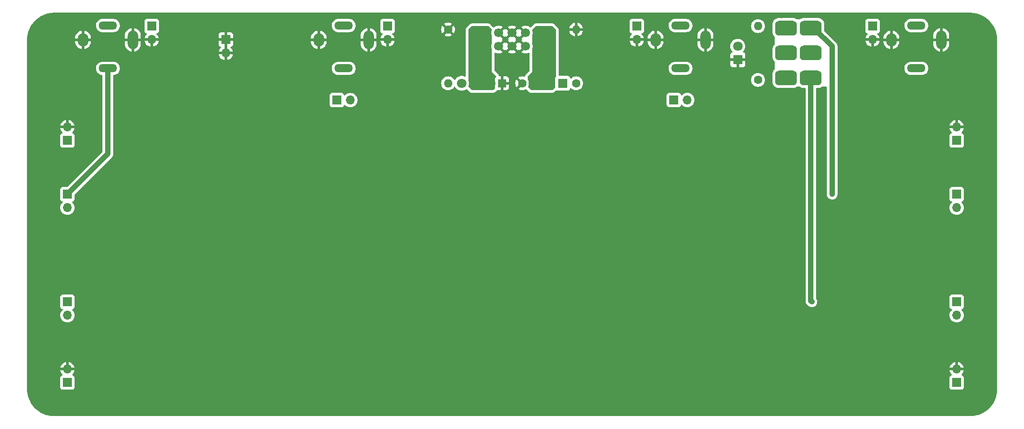
<source format=gbr>
%TF.GenerationSoftware,KiCad,Pcbnew,7.0.1*%
%TF.CreationDate,2023-12-24T20:43:31-05:00*%
%TF.ProjectId,audio_breadboard,61756469-6f5f-4627-9265-6164626f6172,rev?*%
%TF.SameCoordinates,Original*%
%TF.FileFunction,Copper,L2,Bot*%
%TF.FilePolarity,Positive*%
%FSLAX46Y46*%
G04 Gerber Fmt 4.6, Leading zero omitted, Abs format (unit mm)*
G04 Created by KiCad (PCBNEW 7.0.1) date 2023-12-24 20:43:31*
%MOMM*%
%LPD*%
G01*
G04 APERTURE LIST*
G04 Aperture macros list*
%AMRoundRect*
0 Rectangle with rounded corners*
0 $1 Rounding radius*
0 $2 $3 $4 $5 $6 $7 $8 $9 X,Y pos of 4 corners*
0 Add a 4 corners polygon primitive as box body*
4,1,4,$2,$3,$4,$5,$6,$7,$8,$9,$2,$3,0*
0 Add four circle primitives for the rounded corners*
1,1,$1+$1,$2,$3*
1,1,$1+$1,$4,$5*
1,1,$1+$1,$6,$7*
1,1,$1+$1,$8,$9*
0 Add four rect primitives between the rounded corners*
20,1,$1+$1,$2,$3,$4,$5,0*
20,1,$1+$1,$4,$5,$6,$7,0*
20,1,$1+$1,$6,$7,$8,$9,0*
20,1,$1+$1,$8,$9,$2,$3,0*%
G04 Aperture macros list end*
%TA.AperFunction,ComponentPad*%
%ADD10R,1.700000X1.700000*%
%TD*%
%TA.AperFunction,ComponentPad*%
%ADD11O,1.700000X1.700000*%
%TD*%
%TA.AperFunction,ComponentPad*%
%ADD12O,1.600000X1.600000*%
%TD*%
%TA.AperFunction,ComponentPad*%
%ADD13C,1.600000*%
%TD*%
%TA.AperFunction,ComponentPad*%
%ADD14C,1.800000*%
%TD*%
%TA.AperFunction,ComponentPad*%
%ADD15R,1.800000X1.800000*%
%TD*%
%TA.AperFunction,ComponentPad*%
%ADD16O,3.500000X1.500000*%
%TD*%
%TA.AperFunction,ComponentPad*%
%ADD17O,2.000000X2.500000*%
%TD*%
%TA.AperFunction,ComponentPad*%
%ADD18O,2.000000X3.500000*%
%TD*%
%TA.AperFunction,ComponentPad*%
%ADD19R,1.600000X1.600000*%
%TD*%
%TA.AperFunction,ComponentPad*%
%ADD20C,1.700000*%
%TD*%
%TA.AperFunction,ComponentPad*%
%ADD21RoundRect,0.250000X0.600000X-0.600000X0.600000X0.600000X-0.600000X0.600000X-0.600000X-0.600000X0*%
%TD*%
%TA.AperFunction,ComponentPad*%
%ADD22RoundRect,0.698500X-1.333500X-0.698500X1.333500X-0.698500X1.333500X0.698500X-1.333500X0.698500X0*%
%TD*%
%TA.AperFunction,ViaPad*%
%ADD23C,0.800000*%
%TD*%
%TA.AperFunction,Conductor*%
%ADD24C,1.000000*%
%TD*%
G04 APERTURE END LIST*
D10*
%TO.P,J18,1,Pin_1*%
%TO.N,GND*%
X98425000Y-60960000D03*
D11*
%TO.P,J18,2,Pin_2*%
X98425000Y-63500000D03*
%TD*%
D12*
%TO.P,R3,2*%
%TO.N,Net-(D3-A)*%
X198755000Y-58420000D03*
D13*
%TO.P,R3,1*%
%TO.N,/1x Breadboard (Eurorack Power)/EN*%
X198755000Y-68580000D03*
%TD*%
D11*
%TO.P,J12,2,Pin_2*%
%TO.N,/1x Breadboard (Eurorack Power)/TO_OUT*%
X68580000Y-113030000D03*
D10*
%TO.P,J12,1,Pin_1*%
X68580000Y-110490000D03*
%TD*%
D14*
%TO.P,D1,2,A*%
%TO.N,+12V*%
X159385000Y-69215000D03*
D15*
%TO.P,D1,1,K*%
%TO.N,Net-(D1-K)*%
X161925000Y-69215000D03*
%TD*%
D11*
%TO.P,J6,2,Pin_2*%
%TO.N,GND*%
X236220000Y-77470000D03*
D10*
%TO.P,J6,1,Pin_1*%
%TO.N,+12V*%
X236220000Y-80010000D03*
%TD*%
D11*
%TO.P,J15,2,Pin_2*%
%TO.N,/1x Breadboard (Eurorack Power)/AUX2*%
X185440000Y-72365000D03*
D10*
%TO.P,J15,1,Pin_1*%
X182900000Y-72365000D03*
%TD*%
D16*
%TO.P,J2,TN*%
%TO.N,/1x Breadboard (Eurorack Power)/TN_IN*%
X76200000Y-58295000D03*
%TO.P,J2,T*%
%TO.N,/1x Breadboard (Eurorack Power)/INPUT*%
X76200000Y-66395000D03*
D17*
%TO.P,J2,S*%
%TO.N,GND*%
X71500000Y-60995000D03*
D18*
X80900000Y-60995000D03*
%TD*%
D16*
%TO.P,J4,TN*%
%TO.N,/1x Breadboard (Eurorack Power)/TN_AUX1*%
X120650000Y-58295000D03*
%TO.P,J4,T*%
%TO.N,/1x Breadboard (Eurorack Power)/AUX1*%
X120650000Y-66395000D03*
D17*
%TO.P,J4,S*%
%TO.N,GND*%
X115950000Y-60995000D03*
D18*
X125350000Y-60995000D03*
%TD*%
D11*
%TO.P,JP2,2,B*%
%TO.N,GND*%
X220345000Y-60960000D03*
D10*
%TO.P,JP2,1,A*%
%TO.N,/1x Breadboard (Eurorack Power)/TN_OUT*%
X220345000Y-58420000D03*
%TD*%
D13*
%TO.P,C2,2*%
%TO.N,-12V*%
X148495000Y-69215000D03*
D19*
%TO.P,C2,1*%
%TO.N,GND*%
X150495000Y-69215000D03*
%TD*%
D11*
%TO.P,JP4,2,B*%
%TO.N,GND*%
X175895000Y-60960000D03*
D10*
%TO.P,JP4,1,A*%
%TO.N,/1x Breadboard (Eurorack Power)/TN_AUX2*%
X175895000Y-58420000D03*
%TD*%
D11*
%TO.P,J14,2,Pin_2*%
%TO.N,/1x Breadboard (Eurorack Power)/AUX1*%
X121920000Y-72390000D03*
D10*
%TO.P,J14,1,Pin_1*%
X119380000Y-72390000D03*
%TD*%
D14*
%TO.P,D3,2,A*%
%TO.N,Net-(D3-A)*%
X194945000Y-62230000D03*
D15*
%TO.P,D3,1,K*%
%TO.N,GND*%
X194945000Y-64770000D03*
%TD*%
D11*
%TO.P,JP3,2,B*%
%TO.N,GND*%
X128905000Y-60960000D03*
D10*
%TO.P,JP3,1,A*%
%TO.N,/1x Breadboard (Eurorack Power)/TN_AUX1*%
X128905000Y-58420000D03*
%TD*%
D16*
%TO.P,J3,TN*%
%TO.N,/1x Breadboard (Eurorack Power)/TN_OUT*%
X228600000Y-58295000D03*
%TO.P,J3,T*%
%TO.N,/1x Breadboard (Eurorack Power)/OUTPUT*%
X228600000Y-66395000D03*
D17*
%TO.P,J3,S*%
%TO.N,GND*%
X223900000Y-60995000D03*
D18*
X233300000Y-60995000D03*
%TD*%
D11*
%TO.P,J8,2,Pin_2*%
%TO.N,GND*%
X68580000Y-77470000D03*
D10*
%TO.P,J8,1,Pin_1*%
%TO.N,-12V*%
X68580000Y-80010000D03*
%TD*%
D20*
%TO.P,J1,10,Pin_10*%
%TO.N,+12V*%
X157480000Y-59690000D03*
%TO.P,J1,9,Pin_9*%
X157480000Y-62230000D03*
%TO.P,J1,8,Pin_8*%
%TO.N,GND*%
X154940000Y-59690000D03*
%TO.P,J1,7,Pin_7*%
X154940000Y-62230000D03*
%TO.P,J1,6,Pin_6*%
X152400000Y-59690000D03*
%TO.P,J1,5,Pin_5*%
X152400000Y-62230000D03*
%TO.P,J1,4,Pin_4*%
X149860000Y-59690000D03*
%TO.P,J1,3,Pin_3*%
X149860000Y-62230000D03*
%TO.P,J1,2,Pin_2*%
%TO.N,-12V*%
X147320000Y-59690000D03*
D21*
%TO.P,J1,1,Pin_1*%
X147320000Y-62230000D03*
%TD*%
D14*
%TO.P,D2,2,A*%
%TO.N,Net-(D2-A)*%
X142875000Y-69215000D03*
D15*
%TO.P,D2,1,K*%
%TO.N,-12V*%
X145415000Y-69215000D03*
%TD*%
D16*
%TO.P,J5,TN*%
%TO.N,/1x Breadboard (Eurorack Power)/TN_AUX2*%
X184150000Y-58295000D03*
%TO.P,J5,T*%
%TO.N,/1x Breadboard (Eurorack Power)/AUX2*%
X184150000Y-66395000D03*
D17*
%TO.P,J5,S*%
%TO.N,GND*%
X179450000Y-60995000D03*
D18*
X188850000Y-60995000D03*
%TD*%
D22*
%TO.P,SW1,1,A*%
%TO.N,unconnected-(SW1A-A-Pad1)*%
X204025500Y-58801000D03*
%TO.P,SW1,2,B*%
%TO.N,/1x Breadboard (Eurorack Power)/EN*%
X204025500Y-63500000D03*
%TO.P,SW1,3,C*%
%TO.N,+12V*%
X204025500Y-68199000D03*
%TO.P,SW1,4,A*%
%TO.N,/1x Breadboard (Eurorack Power)/INPUT*%
X208724500Y-58801000D03*
%TO.P,SW1,5,B*%
%TO.N,/1x Breadboard (Eurorack Power)/OUTPUT*%
X208724500Y-63500000D03*
%TO.P,SW1,6,C*%
%TO.N,/1x Breadboard (Eurorack Power)/TO_OUT*%
X208724500Y-68199000D03*
%TD*%
D11*
%TO.P,J10,2,Pin_2*%
%TO.N,/1x Breadboard (Eurorack Power)/INPUT*%
X68580000Y-92710000D03*
D10*
%TO.P,J10,1,Pin_1*%
X68580000Y-90170000D03*
%TD*%
D12*
%TO.P,R2,2*%
%TO.N,Net-(D2-A)*%
X140335000Y-69215000D03*
D13*
%TO.P,R2,1*%
%TO.N,GND*%
X140335000Y-59055000D03*
%TD*%
D12*
%TO.P,R1,2*%
%TO.N,GND*%
X164465000Y-59055000D03*
D13*
%TO.P,R1,1*%
%TO.N,Net-(D1-K)*%
X164465000Y-69215000D03*
%TD*%
D11*
%TO.P,J11,2,Pin_2*%
%TO.N,/1x Breadboard (Eurorack Power)/INPUT*%
X236220000Y-92710000D03*
D10*
%TO.P,J11,1,Pin_1*%
X236220000Y-90170000D03*
%TD*%
D13*
%TO.P,C1,2*%
%TO.N,GND*%
X154305000Y-69215000D03*
D19*
%TO.P,C1,1*%
%TO.N,+12V*%
X156305000Y-69215000D03*
%TD*%
D11*
%TO.P,J9,2,Pin_2*%
%TO.N,GND*%
X68580000Y-123190000D03*
D10*
%TO.P,J9,1,Pin_1*%
%TO.N,-12V*%
X68580000Y-125730000D03*
%TD*%
%TO.P,J13,1,Pin_1*%
%TO.N,/1x Breadboard (Eurorack Power)/TO_OUT*%
X236220000Y-110490000D03*
D11*
%TO.P,J13,2,Pin_2*%
X236220000Y-113030000D03*
%TD*%
%TO.P,J7,2,Pin_2*%
%TO.N,GND*%
X236220000Y-123190000D03*
D10*
%TO.P,J7,1,Pin_1*%
%TO.N,+12V*%
X236220000Y-125730000D03*
%TD*%
D11*
%TO.P,JP1,2,B*%
%TO.N,GND*%
X84455000Y-60960000D03*
D10*
%TO.P,JP1,1,A*%
%TO.N,/1x Breadboard (Eurorack Power)/TN_IN*%
X84455000Y-58420000D03*
%TD*%
D23*
%TO.N,GND*%
X240665000Y-95885000D03*
X240030000Y-121285000D03*
X233680000Y-112395000D03*
X210820000Y-71120000D03*
X234315000Y-81915000D03*
X233680000Y-92075000D03*
X233680000Y-100330000D03*
X226060000Y-64770000D03*
X236220000Y-95885000D03*
X206375000Y-70485000D03*
X160655000Y-95885000D03*
X210820000Y-100330000D03*
X210820000Y-92075000D03*
X76200000Y-131445000D03*
X198755000Y-108585000D03*
X198755000Y-92075000D03*
X210820000Y-108585000D03*
X203200000Y-104775000D03*
X101600000Y-131445000D03*
X88900000Y-131445000D03*
X114300000Y-131445000D03*
X210820000Y-78105000D03*
X189865000Y-108585000D03*
X189865000Y-92075000D03*
X194310000Y-104775000D03*
X203200000Y-95885000D03*
X127000000Y-131445000D03*
X233680000Y-108585000D03*
X189865000Y-100330000D03*
X148590000Y-72390000D03*
X194310000Y-95885000D03*
X240030000Y-106680000D03*
X228600000Y-131445000D03*
X214630000Y-67945000D03*
X214630000Y-78105000D03*
X224790000Y-78105000D03*
X190500000Y-131445000D03*
X243205000Y-116205000D03*
X243205000Y-88265000D03*
X203200000Y-131445000D03*
X62230000Y-127635000D03*
X61595000Y-88265000D03*
X215900000Y-56515000D03*
X61595000Y-101600000D03*
X165100000Y-56515000D03*
X243205000Y-101600000D03*
X243205000Y-76200000D03*
X61595000Y-76200000D03*
X165100000Y-131445000D03*
X177800000Y-131445000D03*
X242570000Y-127635000D03*
X139700000Y-56515000D03*
X101600000Y-56515000D03*
X210820000Y-88265000D03*
X214630000Y-81915000D03*
X207010000Y-81915000D03*
X207010000Y-88265000D03*
X201930000Y-78105000D03*
X238760000Y-56515000D03*
X152400000Y-56515000D03*
X61595000Y-116205000D03*
X66040000Y-56515000D03*
X127000000Y-56515000D03*
X114300000Y-56515000D03*
%TO.N,/1x Breadboard (Eurorack Power)/TO_OUT*%
X208915000Y-110490000D03*
%TO.N,GND*%
X224790000Y-88265000D03*
X218440000Y-100330000D03*
X99060000Y-78105000D03*
X218440000Y-108585000D03*
X111760000Y-78105000D03*
X124460000Y-78105000D03*
X88900000Y-66675000D03*
X101600000Y-66675000D03*
X114300000Y-66675000D03*
X86360000Y-78105000D03*
X68580000Y-87630000D03*
X108585000Y-61595000D03*
X71120000Y-78105000D03*
X214630000Y-104775000D03*
X218440000Y-92075000D03*
X214630000Y-95885000D03*
X236220000Y-85090000D03*
X240030000Y-81915000D03*
X149860000Y-57150000D03*
X233680000Y-128905000D03*
X240030000Y-88265000D03*
X233680000Y-120650000D03*
X193675000Y-57785000D03*
X193675000Y-68580000D03*
X123825000Y-73025000D03*
X82550000Y-73025000D03*
X117475000Y-73025000D03*
X175895000Y-73660000D03*
X135890000Y-63500000D03*
X198755000Y-73660000D03*
X189230000Y-73660000D03*
X127635000Y-68580000D03*
X95250000Y-61595000D03*
X95250000Y-73025000D03*
X108585000Y-73025000D03*
X64770000Y-116205000D03*
X130175000Y-100330000D03*
X160655000Y-104775000D03*
X134620000Y-95885000D03*
X116840000Y-104775000D03*
X130175000Y-92075000D03*
X116840000Y-95885000D03*
X134620000Y-104775000D03*
X121285000Y-100330000D03*
X121285000Y-108585000D03*
X64770000Y-121285000D03*
X125730000Y-95885000D03*
X130175000Y-108585000D03*
X121285000Y-92075000D03*
X125730000Y-104775000D03*
X137795000Y-73660000D03*
X226060000Y-92075000D03*
X191135000Y-85090000D03*
X194310000Y-88265000D03*
X112395000Y-128905000D03*
X80010000Y-81915000D03*
X80010000Y-88265000D03*
X203835000Y-85090000D03*
X105410000Y-88265000D03*
X103505000Y-120650000D03*
X187960000Y-81915000D03*
X112395000Y-120650000D03*
X99060000Y-81915000D03*
X194310000Y-81915000D03*
X92710000Y-81915000D03*
X68580000Y-120650000D03*
X222250000Y-104775000D03*
X236220000Y-104775000D03*
X105410000Y-81915000D03*
X219710000Y-85090000D03*
X86360000Y-88265000D03*
X76835000Y-85090000D03*
X226060000Y-100330000D03*
X99060000Y-116205000D03*
X70485000Y-85090000D03*
X68580000Y-82550000D03*
X187960000Y-88265000D03*
X99060000Y-125095000D03*
X86360000Y-81915000D03*
X73660000Y-88265000D03*
X73660000Y-81915000D03*
X92710000Y-88265000D03*
X149860000Y-75565000D03*
X74295000Y-78105000D03*
X222250000Y-95885000D03*
X99060000Y-88265000D03*
X198755000Y-120650000D03*
X68580000Y-114935000D03*
X226060000Y-108585000D03*
X133350000Y-78105000D03*
X90170000Y-125095000D03*
X76835000Y-120650000D03*
X177800000Y-125095000D03*
X72390000Y-116205000D03*
X103505000Y-112395000D03*
X90170000Y-116205000D03*
X139065000Y-128905000D03*
X177800000Y-116205000D03*
X112395000Y-112395000D03*
X186055000Y-125095000D03*
X107950000Y-116205000D03*
X107950000Y-125095000D03*
X186055000Y-116205000D03*
X81280000Y-125095000D03*
X168910000Y-116205000D03*
X76835000Y-128905000D03*
X181610000Y-128905000D03*
X103505000Y-128905000D03*
X81280000Y-116205000D03*
X173355000Y-112395000D03*
X207010000Y-128905000D03*
X94615000Y-128905000D03*
X156210000Y-128905000D03*
X72390000Y-125095000D03*
X85725000Y-92075000D03*
X181610000Y-100330000D03*
X94615000Y-100330000D03*
X85725000Y-108585000D03*
X207010000Y-92075000D03*
X152400000Y-104775000D03*
X85725000Y-100330000D03*
X149860000Y-66040000D03*
X152400000Y-95885000D03*
X143510000Y-104775000D03*
X220980000Y-64770000D03*
X207010000Y-100330000D03*
X173355000Y-100330000D03*
X143510000Y-95885000D03*
X181610000Y-92075000D03*
X147955000Y-108585000D03*
X147955000Y-92075000D03*
X76835000Y-92075000D03*
X156210000Y-100330000D03*
X139065000Y-100330000D03*
X152400000Y-64770000D03*
X168910000Y-104775000D03*
X164465000Y-92075000D03*
X153670000Y-72390000D03*
X94615000Y-92075000D03*
X164465000Y-100330000D03*
X147320000Y-71755000D03*
X164465000Y-108585000D03*
X139065000Y-92075000D03*
X173355000Y-108585000D03*
X156210000Y-92075000D03*
X147955000Y-100330000D03*
X154305000Y-66040000D03*
X168910000Y-95885000D03*
X181610000Y-108585000D03*
X186055000Y-104775000D03*
X207010000Y-108585000D03*
X177800000Y-95885000D03*
X81280000Y-95885000D03*
X139065000Y-108585000D03*
X238125000Y-62230000D03*
X177800000Y-104775000D03*
X81280000Y-104775000D03*
X173355000Y-92075000D03*
X156210000Y-108585000D03*
X238760000Y-71755000D03*
X90170000Y-104775000D03*
X90170000Y-95885000D03*
X94615000Y-108585000D03*
X181610000Y-81915000D03*
X76835000Y-108585000D03*
X229870000Y-104775000D03*
X211455000Y-116205000D03*
X215900000Y-120650000D03*
X211455000Y-125095000D03*
X175260000Y-88265000D03*
X200660000Y-88265000D03*
X215900000Y-128905000D03*
X175260000Y-81915000D03*
X168910000Y-81915000D03*
X168910000Y-88265000D03*
X72390000Y-104775000D03*
X68580000Y-108585000D03*
X220345000Y-116205000D03*
X181610000Y-88265000D03*
X162560000Y-88265000D03*
X229870000Y-95885000D03*
X178435000Y-85090000D03*
X162560000Y-81915000D03*
X76835000Y-100330000D03*
X224790000Y-112395000D03*
X165735000Y-85090000D03*
X72390000Y-95885000D03*
X229235000Y-116205000D03*
X215900000Y-112395000D03*
X68580000Y-128270000D03*
X70485000Y-112395000D03*
X229235000Y-125095000D03*
X229870000Y-85090000D03*
X224790000Y-120650000D03*
X68580000Y-94615000D03*
X224790000Y-128905000D03*
X220345000Y-125095000D03*
X200660000Y-81915000D03*
X130810000Y-88265000D03*
X156210000Y-88265000D03*
X165100000Y-78740000D03*
X156210000Y-81915000D03*
X124460000Y-88265000D03*
X143510000Y-81915000D03*
X118110000Y-81915000D03*
X137160000Y-81915000D03*
X111760000Y-88265000D03*
X66040000Y-71120000D03*
X111760000Y-81915000D03*
X72390000Y-64135000D03*
X137160000Y-88265000D03*
X186690000Y-64770000D03*
X182245000Y-62230000D03*
X78105000Y-74295000D03*
X102235000Y-85090000D03*
X140335000Y-85090000D03*
X233045000Y-66675000D03*
X79375000Y-64135000D03*
X169545000Y-57785000D03*
X143510000Y-88265000D03*
X130810000Y-81915000D03*
X153035000Y-85090000D03*
X149860000Y-88265000D03*
X149860000Y-81915000D03*
X78105000Y-78105000D03*
X118110000Y-88265000D03*
X165100000Y-73660000D03*
X194310000Y-78105000D03*
X124460000Y-81915000D03*
X176530000Y-66675000D03*
X170815000Y-71755000D03*
X68580000Y-131445000D03*
X190500000Y-56515000D03*
X88900000Y-56515000D03*
X76200000Y-56515000D03*
X215900000Y-131445000D03*
X177800000Y-56515000D03*
X203200000Y-56515000D03*
X61595000Y-63500000D03*
X61595000Y-60960000D03*
X239395000Y-131445000D03*
X139700000Y-131445000D03*
X243205000Y-63500000D03*
X228600000Y-56515000D03*
X152400000Y-131445000D03*
X243205000Y-60960000D03*
X212090000Y-59055000D03*
X206375000Y-78105000D03*
X234315000Y-88265000D03*
X210820000Y-112395000D03*
X224790000Y-81915000D03*
X236220000Y-115570000D03*
X214630000Y-88265000D03*
X210820000Y-81915000D03*
X201930000Y-70485000D03*
X236220000Y-120650000D03*
X234315000Y-78105000D03*
X224790000Y-112395000D03*
X156210000Y-75565000D03*
X153035000Y-78740000D03*
X140335000Y-78740000D03*
X181610000Y-78105000D03*
X234315000Y-74295000D03*
X161925000Y-75565000D03*
X127635000Y-85090000D03*
X72390000Y-57785000D03*
X66675000Y-62865000D03*
X180340000Y-66040000D03*
X143510000Y-75565000D03*
X89535000Y-85090000D03*
X168275000Y-66040000D03*
X114935000Y-85090000D03*
X151130000Y-63500000D03*
X153670000Y-58420000D03*
X151130000Y-58420000D03*
X153670000Y-60960000D03*
X153670000Y-63500000D03*
X151130000Y-60960000D03*
%TO.N,/1x Breadboard (Eurorack Power)/INPUT*%
X212725000Y-90170000D03*
%TO.N,GND*%
X164465000Y-112395000D03*
X198755000Y-112395000D03*
X103505000Y-92075000D03*
X112395000Y-92075000D03*
X130175000Y-120650000D03*
X85725000Y-112395000D03*
X207010000Y-112395000D03*
X85725000Y-120650000D03*
X143510000Y-116205000D03*
X164465000Y-128905000D03*
X194310000Y-116205000D03*
X147955000Y-112395000D03*
X134620000Y-116205000D03*
X116840000Y-125095000D03*
X207010000Y-120650000D03*
X147955000Y-128905000D03*
X156210000Y-120650000D03*
X173355000Y-128905000D03*
X107950000Y-95885000D03*
X103505000Y-108585000D03*
X189865000Y-120650000D03*
X134620000Y-125095000D03*
X64770000Y-94615000D03*
X156210000Y-112395000D03*
X147955000Y-120650000D03*
X130175000Y-128905000D03*
X181610000Y-120650000D03*
X121285000Y-128905000D03*
X130175000Y-112395000D03*
X121285000Y-120650000D03*
X125730000Y-116205000D03*
X125730000Y-125095000D03*
X152400000Y-125095000D03*
X160655000Y-125095000D03*
X107950000Y-104775000D03*
X186055000Y-95885000D03*
X112395000Y-100330000D03*
X194310000Y-125095000D03*
X121285000Y-112395000D03*
X64770000Y-107315000D03*
X203200000Y-125095000D03*
X189865000Y-128905000D03*
X189865000Y-112395000D03*
X112395000Y-108585000D03*
X76835000Y-112395000D03*
X139065000Y-120650000D03*
X139065000Y-112395000D03*
X116840000Y-116205000D03*
X94615000Y-112395000D03*
X198755000Y-128905000D03*
X85725000Y-128905000D03*
X152400000Y-116205000D03*
X160655000Y-116205000D03*
X143510000Y-125095000D03*
X94615000Y-120650000D03*
X68580000Y-100330000D03*
X64770000Y-100330000D03*
X164465000Y-120650000D03*
X103505000Y-100330000D03*
X173355000Y-120650000D03*
X168910000Y-125095000D03*
X203200000Y-116205000D03*
X181610000Y-112395000D03*
X218440000Y-73025000D03*
X147320000Y-57150000D03*
X220980000Y-67945000D03*
X157480000Y-57150000D03*
X198755000Y-100330000D03*
X99060000Y-95885000D03*
X99060000Y-104775000D03*
X151130000Y-72390000D03*
X169545000Y-78105000D03*
X162560000Y-71120000D03*
X156210000Y-72390000D03*
X152400000Y-67310000D03*
X141605000Y-70485000D03*
X152400000Y-71120000D03*
X154940000Y-57150000D03*
X240030000Y-116205000D03*
X157480000Y-71755000D03*
X214630000Y-64770000D03*
%TD*%
D24*
%TO.N,/1x Breadboard (Eurorack Power)/INPUT*%
X209296000Y-58801000D02*
X208724500Y-58801000D01*
%TO.N,/1x Breadboard (Eurorack Power)/TO_OUT*%
X208724500Y-110299500D02*
X208724500Y-68199000D01*
%TO.N,/1x Breadboard (Eurorack Power)/INPUT*%
X76200000Y-82550000D02*
X68580000Y-90170000D01*
%TO.N,/1x Breadboard (Eurorack Power)/TO_OUT*%
X208915000Y-110490000D02*
X208724500Y-110299500D01*
%TO.N,/1x Breadboard (Eurorack Power)/INPUT*%
X212725000Y-90170000D02*
X212725000Y-62230000D01*
X212725000Y-62230000D02*
X209296000Y-58801000D01*
X76200000Y-66395000D02*
X76200000Y-82550000D01*
%TD*%
%TA.AperFunction,Conductor*%
%TO.N,+12V*%
G36*
X160016091Y-58429439D02*
G01*
X160056319Y-58456319D01*
X160618681Y-59018681D01*
X160645561Y-59058909D01*
X160655000Y-59106362D01*
X160655000Y-67932818D01*
X160648654Y-67971977D01*
X160630267Y-68007128D01*
X160581205Y-68072666D01*
X160530909Y-68207516D01*
X160524500Y-68267131D01*
X160524500Y-69929137D01*
X160515061Y-69976590D01*
X160488181Y-70016818D01*
X160056319Y-70448681D01*
X160016091Y-70475561D01*
X159968638Y-70485000D01*
X156007362Y-70485000D01*
X155959909Y-70475561D01*
X155919681Y-70448681D01*
X155466168Y-69995168D01*
X155438610Y-69953268D01*
X155429901Y-69903880D01*
X155441466Y-69855085D01*
X155531739Y-69661496D01*
X155590635Y-69441692D01*
X155610468Y-69215000D01*
X155590635Y-68988308D01*
X155531739Y-68768504D01*
X155435568Y-68562266D01*
X155343424Y-68430670D01*
X155326739Y-68396835D01*
X155321000Y-68359548D01*
X155321000Y-67996362D01*
X155330439Y-67948909D01*
X155357319Y-67908681D01*
X155357318Y-67908681D01*
X156210000Y-67056000D01*
X156210000Y-62724554D01*
X156214225Y-62692461D01*
X156275063Y-62465407D01*
X156295659Y-62230000D01*
X156275063Y-61994592D01*
X156214225Y-61767539D01*
X156210000Y-61735446D01*
X156210000Y-60184554D01*
X156214225Y-60152461D01*
X156275063Y-59925407D01*
X156295659Y-59689999D01*
X156275063Y-59454592D01*
X156214225Y-59227539D01*
X156210000Y-59195446D01*
X156210000Y-59106362D01*
X156219439Y-59058909D01*
X156246319Y-59018681D01*
X156808681Y-58456319D01*
X156848909Y-58429439D01*
X156896362Y-58420000D01*
X159968638Y-58420000D01*
X160016091Y-58429439D01*
G37*
%TD.AperFunction*%
%TD*%
%TA.AperFunction,Conductor*%
%TO.N,GND*%
G36*
X238762564Y-55880603D02*
G01*
X238977505Y-55889493D01*
X239180251Y-55898346D01*
X239190122Y-55899175D01*
X239405512Y-55926024D01*
X239405965Y-55926082D01*
X239608506Y-55952747D01*
X239617714Y-55954316D01*
X239829801Y-55998786D01*
X239830992Y-55999043D01*
X240030556Y-56043285D01*
X240039066Y-56045493D01*
X240246631Y-56107287D01*
X240248338Y-56107810D01*
X240443386Y-56169309D01*
X240451156Y-56172047D01*
X240652771Y-56250717D01*
X240655001Y-56251614D01*
X240844006Y-56329902D01*
X240850977Y-56333047D01*
X241045306Y-56428049D01*
X241045329Y-56428060D01*
X241048125Y-56429471D01*
X241229489Y-56523883D01*
X241235700Y-56527346D01*
X241421541Y-56638083D01*
X241424598Y-56639966D01*
X241597155Y-56749897D01*
X241602544Y-56753534D01*
X241650209Y-56787566D01*
X241778566Y-56879212D01*
X241781998Y-56881753D01*
X241818692Y-56909909D01*
X241944252Y-57006254D01*
X241948881Y-57009987D01*
X242113945Y-57149790D01*
X242117523Y-57152942D01*
X242266476Y-57289432D01*
X242268308Y-57291111D01*
X242272216Y-57294852D01*
X242425146Y-57447782D01*
X242428887Y-57451690D01*
X242567040Y-57602457D01*
X242570215Y-57606061D01*
X242708945Y-57769858D01*
X242710001Y-57771105D01*
X242713755Y-57775760D01*
X242838245Y-57938000D01*
X242840786Y-57941432D01*
X242966460Y-58117448D01*
X242970113Y-58122861D01*
X243080003Y-58295353D01*
X243081930Y-58298481D01*
X243192649Y-58484293D01*
X243196115Y-58490509D01*
X243290527Y-58671873D01*
X243291938Y-58674669D01*
X243386943Y-58869003D01*
X243390104Y-58876011D01*
X243468355Y-59064925D01*
X243469311Y-59067303D01*
X243547948Y-59268834D01*
X243550692Y-59276621D01*
X243612158Y-59471564D01*
X243612742Y-59473470D01*
X243674501Y-59680916D01*
X243676717Y-59689460D01*
X243720934Y-59888911D01*
X243721234Y-59890302D01*
X243765677Y-60102257D01*
X243767255Y-60111519D01*
X243793889Y-60313827D01*
X243793998Y-60314674D01*
X243820820Y-60529847D01*
X243821654Y-60539776D01*
X243830505Y-60742494D01*
X243830517Y-60742779D01*
X243839392Y-60957386D01*
X243839498Y-60962510D01*
X243839498Y-126997486D01*
X243839392Y-127002610D01*
X243830524Y-127217016D01*
X243830512Y-127217301D01*
X243821652Y-127420220D01*
X243820818Y-127430149D01*
X243793996Y-127645322D01*
X243793887Y-127646169D01*
X243767253Y-127848477D01*
X243765675Y-127857738D01*
X243721249Y-128069618D01*
X243720949Y-128071011D01*
X243676710Y-128270557D01*
X243674494Y-128279100D01*
X243612747Y-128486503D01*
X243612163Y-128488407D01*
X243550693Y-128683371D01*
X243547949Y-128691160D01*
X243469307Y-128892700D01*
X243468351Y-128895078D01*
X243390102Y-129083987D01*
X243386942Y-129090994D01*
X243291946Y-129285312D01*
X243290534Y-129288109D01*
X243196116Y-129469482D01*
X243192650Y-129475698D01*
X243081917Y-129661533D01*
X243079974Y-129664685D01*
X242970123Y-129837116D01*
X242966460Y-129842545D01*
X242840780Y-130018570D01*
X242838239Y-130022002D01*
X242713766Y-130184219D01*
X242710013Y-130188874D01*
X242570227Y-130353920D01*
X242567026Y-130357552D01*
X242428866Y-130508327D01*
X242425125Y-130512235D01*
X242272235Y-130665125D01*
X242268327Y-130668866D01*
X242117552Y-130807026D01*
X242113920Y-130810227D01*
X241948874Y-130950013D01*
X241944219Y-130953766D01*
X241782002Y-131078239D01*
X241778570Y-131080780D01*
X241602545Y-131206460D01*
X241597116Y-131210123D01*
X241424685Y-131319974D01*
X241421533Y-131321917D01*
X241235698Y-131432650D01*
X241229482Y-131436116D01*
X241048109Y-131530534D01*
X241045312Y-131531946D01*
X240850994Y-131626942D01*
X240843987Y-131630102D01*
X240655078Y-131708351D01*
X240652700Y-131709307D01*
X240451160Y-131787949D01*
X240443371Y-131790693D01*
X240248407Y-131852163D01*
X240246503Y-131852747D01*
X240039100Y-131914494D01*
X240030557Y-131916710D01*
X239831011Y-131960949D01*
X239829618Y-131961249D01*
X239617738Y-132005675D01*
X239608477Y-132007253D01*
X239406169Y-132033887D01*
X239405322Y-132033996D01*
X239190149Y-132060818D01*
X239180220Y-132061652D01*
X238977408Y-132070507D01*
X238977124Y-132070519D01*
X238762563Y-132079394D01*
X238757438Y-132079500D01*
X66042562Y-132079500D01*
X66037437Y-132079394D01*
X65822874Y-132070519D01*
X65822590Y-132070507D01*
X65619778Y-132061652D01*
X65609849Y-132060818D01*
X65394676Y-132033996D01*
X65393829Y-132033887D01*
X65191521Y-132007253D01*
X65182260Y-132005675D01*
X64970380Y-131961249D01*
X64968987Y-131960949D01*
X64769441Y-131916710D01*
X64760898Y-131914494D01*
X64553495Y-131852747D01*
X64551591Y-131852163D01*
X64356627Y-131790693D01*
X64348845Y-131787951D01*
X64218255Y-131736995D01*
X64147298Y-131709307D01*
X64144920Y-131708351D01*
X63956011Y-131630102D01*
X63949004Y-131626942D01*
X63754657Y-131531931D01*
X63751889Y-131530534D01*
X63570516Y-131436116D01*
X63564300Y-131432650D01*
X63378465Y-131321917D01*
X63375313Y-131319974D01*
X63202882Y-131210123D01*
X63197453Y-131206460D01*
X63021428Y-131080780D01*
X63017996Y-131078239D01*
X62855779Y-130953766D01*
X62851124Y-130950013D01*
X62686078Y-130810227D01*
X62682446Y-130807026D01*
X62531671Y-130668866D01*
X62527763Y-130665125D01*
X62374873Y-130512235D01*
X62371132Y-130508327D01*
X62232972Y-130357552D01*
X62229771Y-130353920D01*
X62089985Y-130188874D01*
X62086232Y-130184219D01*
X61961759Y-130022002D01*
X61959218Y-130018570D01*
X61833538Y-129842545D01*
X61829875Y-129837116D01*
X61720024Y-129664685D01*
X61718081Y-129661533D01*
X61607348Y-129475698D01*
X61603882Y-129469482D01*
X61509464Y-129288109D01*
X61508098Y-129285404D01*
X61413043Y-129090965D01*
X61409896Y-129083987D01*
X61331626Y-128895027D01*
X61330712Y-128892754D01*
X61252034Y-128691119D01*
X61249316Y-128683404D01*
X61187835Y-128488407D01*
X61187251Y-128486503D01*
X61125504Y-128279100D01*
X61123288Y-128270557D01*
X61079009Y-128070827D01*
X61078787Y-128069797D01*
X61034319Y-127857718D01*
X61032749Y-127848504D01*
X61006084Y-127645963D01*
X61006026Y-127645510D01*
X60979177Y-127430120D01*
X60978348Y-127420249D01*
X60969495Y-127217498D01*
X60960605Y-127002562D01*
X60960500Y-126997439D01*
X60960500Y-126627869D01*
X67229500Y-126627869D01*
X67235909Y-126687483D01*
X67286204Y-126822331D01*
X67372454Y-126937546D01*
X67487669Y-127023796D01*
X67622517Y-127074091D01*
X67682127Y-127080500D01*
X69477872Y-127080499D01*
X69537483Y-127074091D01*
X69672331Y-127023796D01*
X69787546Y-126937546D01*
X69873796Y-126822331D01*
X69924091Y-126687483D01*
X69930500Y-126627873D01*
X69930500Y-126627869D01*
X234869500Y-126627869D01*
X234875909Y-126687483D01*
X234926204Y-126822331D01*
X235012454Y-126937546D01*
X235127669Y-127023796D01*
X235262517Y-127074091D01*
X235322127Y-127080500D01*
X237117872Y-127080499D01*
X237177483Y-127074091D01*
X237312331Y-127023796D01*
X237427546Y-126937546D01*
X237513796Y-126822331D01*
X237564091Y-126687483D01*
X237570500Y-126627873D01*
X237570499Y-124832128D01*
X237564091Y-124772517D01*
X237513796Y-124637669D01*
X237427546Y-124522454D01*
X237312331Y-124436204D01*
X237180399Y-124386996D01*
X237130021Y-124352018D01*
X237102568Y-124297173D01*
X237104757Y-124235880D01*
X237136053Y-124183133D01*
X237258109Y-124061077D01*
X237393600Y-123867576D01*
X237493430Y-123653492D01*
X237550636Y-123440000D01*
X234889364Y-123440000D01*
X234946569Y-123653492D01*
X235046399Y-123867576D01*
X235181893Y-124061081D01*
X235303946Y-124183134D01*
X235335242Y-124235880D01*
X235337431Y-124297173D01*
X235309978Y-124352018D01*
X235259599Y-124386997D01*
X235127669Y-124436204D01*
X235012454Y-124522454D01*
X234926204Y-124637668D01*
X234875909Y-124772516D01*
X234869500Y-124832130D01*
X234869500Y-126627869D01*
X69930500Y-126627869D01*
X69930499Y-124832128D01*
X69924091Y-124772517D01*
X69873796Y-124637669D01*
X69787546Y-124522454D01*
X69672331Y-124436204D01*
X69540399Y-124386996D01*
X69490021Y-124352018D01*
X69462568Y-124297173D01*
X69464757Y-124235880D01*
X69496053Y-124183133D01*
X69618109Y-124061077D01*
X69753600Y-123867576D01*
X69853430Y-123653492D01*
X69910636Y-123440000D01*
X67249364Y-123440000D01*
X67306569Y-123653492D01*
X67406399Y-123867576D01*
X67541893Y-124061081D01*
X67663946Y-124183134D01*
X67695242Y-124235880D01*
X67697431Y-124297173D01*
X67669978Y-124352018D01*
X67619599Y-124386997D01*
X67487669Y-124436204D01*
X67372454Y-124522454D01*
X67286204Y-124637668D01*
X67235909Y-124772516D01*
X67229500Y-124832130D01*
X67229500Y-126627869D01*
X60960500Y-126627869D01*
X60960500Y-122940000D01*
X67249364Y-122940000D01*
X68330000Y-122940000D01*
X68330000Y-121859364D01*
X68830000Y-121859364D01*
X68830000Y-122940000D01*
X69910636Y-122940000D01*
X234889364Y-122940000D01*
X235970000Y-122940000D01*
X235970000Y-121859364D01*
X236470000Y-121859364D01*
X236470000Y-122940000D01*
X237550636Y-122940000D01*
X237550635Y-122939999D01*
X237493430Y-122726507D01*
X237393599Y-122512421D01*
X237258109Y-122318921D01*
X237091081Y-122151893D01*
X236897576Y-122016399D01*
X236683492Y-121916569D01*
X236470000Y-121859364D01*
X235970000Y-121859364D01*
X235969999Y-121859364D01*
X235756507Y-121916569D01*
X235542421Y-122016400D01*
X235348921Y-122151890D01*
X235181890Y-122318921D01*
X235046400Y-122512421D01*
X234946569Y-122726507D01*
X234889364Y-122939999D01*
X234889364Y-122940000D01*
X69910636Y-122940000D01*
X69910635Y-122939999D01*
X69853430Y-122726507D01*
X69753599Y-122512421D01*
X69618109Y-122318921D01*
X69451081Y-122151893D01*
X69257576Y-122016399D01*
X69043492Y-121916569D01*
X68830000Y-121859364D01*
X68330000Y-121859364D01*
X68329999Y-121859364D01*
X68116507Y-121916569D01*
X67902421Y-122016400D01*
X67708921Y-122151890D01*
X67541890Y-122318921D01*
X67406400Y-122512421D01*
X67306569Y-122726507D01*
X67249364Y-122939999D01*
X67249364Y-122940000D01*
X60960500Y-122940000D01*
X60960500Y-113029999D01*
X67224340Y-113029999D01*
X67244936Y-113265407D01*
X67289709Y-113432502D01*
X67306097Y-113493663D01*
X67405965Y-113707830D01*
X67541505Y-113901401D01*
X67708599Y-114068495D01*
X67902170Y-114204035D01*
X68116337Y-114303903D01*
X68344592Y-114365063D01*
X68580000Y-114385659D01*
X68815408Y-114365063D01*
X69043663Y-114303903D01*
X69257830Y-114204035D01*
X69451401Y-114068495D01*
X69618495Y-113901401D01*
X69754035Y-113707830D01*
X69853903Y-113493663D01*
X69915063Y-113265408D01*
X69935659Y-113030000D01*
X234864340Y-113030000D01*
X234884936Y-113265407D01*
X234929709Y-113432502D01*
X234946097Y-113493663D01*
X235045965Y-113707830D01*
X235181505Y-113901401D01*
X235348599Y-114068495D01*
X235542170Y-114204035D01*
X235756337Y-114303903D01*
X235984592Y-114365063D01*
X236220000Y-114385659D01*
X236455408Y-114365063D01*
X236683663Y-114303903D01*
X236897830Y-114204035D01*
X237091401Y-114068495D01*
X237258495Y-113901401D01*
X237394035Y-113707830D01*
X237493903Y-113493663D01*
X237555063Y-113265408D01*
X237575659Y-113030000D01*
X237555063Y-112794592D01*
X237493903Y-112566337D01*
X237394035Y-112352171D01*
X237258495Y-112158599D01*
X237136569Y-112036673D01*
X237105273Y-111983927D01*
X237103084Y-111922634D01*
X237130537Y-111867789D01*
X237180916Y-111832810D01*
X237312331Y-111783796D01*
X237427546Y-111697546D01*
X237513796Y-111582331D01*
X237564091Y-111447483D01*
X237570500Y-111387873D01*
X237570499Y-109592128D01*
X237564091Y-109532517D01*
X237513796Y-109397669D01*
X237427546Y-109282454D01*
X237312331Y-109196204D01*
X237177483Y-109145909D01*
X237117873Y-109139500D01*
X237117869Y-109139500D01*
X235322130Y-109139500D01*
X235262515Y-109145909D01*
X235127669Y-109196204D01*
X235012454Y-109282454D01*
X234926204Y-109397668D01*
X234875909Y-109532516D01*
X234869500Y-109592130D01*
X234869500Y-111387869D01*
X234873375Y-111423909D01*
X234875909Y-111447483D01*
X234926204Y-111582331D01*
X235012454Y-111697546D01*
X235127669Y-111783796D01*
X235239907Y-111825658D01*
X235259082Y-111832810D01*
X235309462Y-111867789D01*
X235336915Y-111922634D01*
X235334726Y-111983926D01*
X235303431Y-112036673D01*
X235181503Y-112158601D01*
X235045965Y-112352170D01*
X234946097Y-112566336D01*
X234884936Y-112794592D01*
X234864340Y-113030000D01*
X69935659Y-113030000D01*
X69915063Y-112794592D01*
X69853903Y-112566337D01*
X69754035Y-112352171D01*
X69618495Y-112158599D01*
X69496569Y-112036673D01*
X69465273Y-111983927D01*
X69463084Y-111922634D01*
X69490537Y-111867789D01*
X69540916Y-111832810D01*
X69672331Y-111783796D01*
X69787546Y-111697546D01*
X69873796Y-111582331D01*
X69924091Y-111447483D01*
X69930500Y-111387873D01*
X69930499Y-109592128D01*
X69924091Y-109532517D01*
X69873796Y-109397669D01*
X69787546Y-109282454D01*
X69672331Y-109196204D01*
X69537483Y-109145909D01*
X69477873Y-109139500D01*
X69477869Y-109139500D01*
X67682130Y-109139500D01*
X67622515Y-109145909D01*
X67487669Y-109196204D01*
X67372454Y-109282454D01*
X67286204Y-109397668D01*
X67235909Y-109532516D01*
X67229500Y-109592130D01*
X67229500Y-111387869D01*
X67233375Y-111423909D01*
X67235909Y-111447483D01*
X67286204Y-111582331D01*
X67372454Y-111697546D01*
X67487669Y-111783796D01*
X67599907Y-111825658D01*
X67619082Y-111832810D01*
X67669462Y-111867789D01*
X67696915Y-111922634D01*
X67694726Y-111983926D01*
X67663431Y-112036673D01*
X67541503Y-112158601D01*
X67405965Y-112352170D01*
X67306097Y-112566336D01*
X67244936Y-112794592D01*
X67224340Y-113029999D01*
X60960500Y-113029999D01*
X60960500Y-92710000D01*
X67224340Y-92710000D01*
X67244936Y-92945407D01*
X67289709Y-93112501D01*
X67306097Y-93173663D01*
X67405965Y-93387830D01*
X67541505Y-93581401D01*
X67708599Y-93748495D01*
X67902170Y-93884035D01*
X68116337Y-93983903D01*
X68344592Y-94045063D01*
X68580000Y-94065659D01*
X68815408Y-94045063D01*
X69043663Y-93983903D01*
X69257830Y-93884035D01*
X69451401Y-93748495D01*
X69618495Y-93581401D01*
X69754035Y-93387830D01*
X69853903Y-93173663D01*
X69915063Y-92945408D01*
X69935659Y-92710000D01*
X69915063Y-92474592D01*
X69853903Y-92246337D01*
X69754035Y-92032171D01*
X69618495Y-91838599D01*
X69496569Y-91716673D01*
X69465273Y-91663927D01*
X69463084Y-91602634D01*
X69490537Y-91547789D01*
X69540916Y-91512810D01*
X69672331Y-91463796D01*
X69787546Y-91377546D01*
X69873796Y-91262331D01*
X69924091Y-91127483D01*
X69930500Y-91067873D01*
X69930499Y-90285781D01*
X69939938Y-90238329D01*
X69966815Y-90198104D01*
X76897409Y-83267510D01*
X76899579Y-83265394D01*
X76963053Y-83205059D01*
X76996757Y-83156633D01*
X77002426Y-83149116D01*
X77039698Y-83103407D01*
X77053783Y-83076439D01*
X77061918Y-83063015D01*
X77068373Y-83053740D01*
X77079295Y-83038049D01*
X77102568Y-82983815D01*
X77106588Y-82975350D01*
X77133909Y-82923049D01*
X77142275Y-82893808D01*
X77147539Y-82879019D01*
X77159540Y-82851058D01*
X77171417Y-82793256D01*
X77173652Y-82784148D01*
X77189886Y-82727418D01*
X77192196Y-82697078D01*
X77194376Y-82681540D01*
X77200500Y-82651742D01*
X77200500Y-82592756D01*
X77200858Y-82583341D01*
X77201154Y-82579449D01*
X77205337Y-82524524D01*
X77201494Y-82494348D01*
X77200500Y-82478683D01*
X77200500Y-73287869D01*
X118029500Y-73287869D01*
X118035909Y-73347484D01*
X118056799Y-73403491D01*
X118086204Y-73482331D01*
X118172454Y-73597546D01*
X118287669Y-73683796D01*
X118422517Y-73734091D01*
X118482127Y-73740500D01*
X120277872Y-73740499D01*
X120337483Y-73734091D01*
X120472331Y-73683796D01*
X120587546Y-73597546D01*
X120673796Y-73482331D01*
X120722810Y-73350916D01*
X120757789Y-73300537D01*
X120812634Y-73273084D01*
X120873927Y-73275273D01*
X120926673Y-73306569D01*
X121048599Y-73428495D01*
X121242170Y-73564035D01*
X121456337Y-73663903D01*
X121668156Y-73720659D01*
X121684592Y-73725063D01*
X121919999Y-73745659D01*
X121919999Y-73745658D01*
X121920000Y-73745659D01*
X122155408Y-73725063D01*
X122383663Y-73663903D01*
X122597830Y-73564035D01*
X122791401Y-73428495D01*
X122957027Y-73262869D01*
X181549500Y-73262869D01*
X181555909Y-73322484D01*
X181565233Y-73347483D01*
X181606204Y-73457331D01*
X181692454Y-73572546D01*
X181807669Y-73658796D01*
X181942517Y-73709091D01*
X182002127Y-73715500D01*
X183797872Y-73715499D01*
X183857483Y-73709091D01*
X183992331Y-73658796D01*
X184107546Y-73572546D01*
X184193796Y-73457331D01*
X184242810Y-73325916D01*
X184277789Y-73275537D01*
X184332634Y-73248084D01*
X184393927Y-73250273D01*
X184446673Y-73281568D01*
X184568599Y-73403495D01*
X184762170Y-73539035D01*
X184976337Y-73638903D01*
X185204592Y-73700063D01*
X185440000Y-73720659D01*
X185675408Y-73700063D01*
X185903663Y-73638903D01*
X186117830Y-73539035D01*
X186311401Y-73403495D01*
X186478495Y-73236401D01*
X186614035Y-73042830D01*
X186713903Y-72828663D01*
X186775063Y-72600408D01*
X186795659Y-72365000D01*
X186775063Y-72129592D01*
X186713903Y-71901337D01*
X186614035Y-71687171D01*
X186478495Y-71493599D01*
X186311401Y-71326505D01*
X186117830Y-71190965D01*
X185903663Y-71091097D01*
X185842501Y-71074709D01*
X185675407Y-71029936D01*
X185439999Y-71009340D01*
X185204592Y-71029936D01*
X184976336Y-71091097D01*
X184762170Y-71190965D01*
X184568601Y-71326503D01*
X184446673Y-71448431D01*
X184393926Y-71479726D01*
X184332634Y-71481915D01*
X184277789Y-71454462D01*
X184242810Y-71404082D01*
X184223199Y-71351503D01*
X184193796Y-71272669D01*
X184107546Y-71157454D01*
X183992331Y-71071204D01*
X183857483Y-71020909D01*
X183797873Y-71014500D01*
X183797869Y-71014500D01*
X182002130Y-71014500D01*
X181942515Y-71020909D01*
X181807669Y-71071204D01*
X181692454Y-71157454D01*
X181606204Y-71272668D01*
X181555909Y-71407516D01*
X181549500Y-71467130D01*
X181549500Y-73262869D01*
X122957027Y-73262869D01*
X122958495Y-73261401D01*
X123094035Y-73067830D01*
X123193903Y-72853663D01*
X123255063Y-72625408D01*
X123275659Y-72390000D01*
X123255063Y-72154592D01*
X123193903Y-71926337D01*
X123094035Y-71712171D01*
X122958495Y-71518599D01*
X122791401Y-71351505D01*
X122597830Y-71215965D01*
X122383663Y-71116097D01*
X122322502Y-71099709D01*
X122155407Y-71054936D01*
X121919999Y-71034340D01*
X121684592Y-71054936D01*
X121456336Y-71116097D01*
X121242170Y-71215965D01*
X121048601Y-71351503D01*
X120926673Y-71473431D01*
X120873926Y-71504726D01*
X120812634Y-71506915D01*
X120757789Y-71479462D01*
X120722810Y-71429082D01*
X120713485Y-71404082D01*
X120673796Y-71297669D01*
X120587546Y-71182454D01*
X120472331Y-71096204D01*
X120337483Y-71045909D01*
X120277873Y-71039500D01*
X120277869Y-71039500D01*
X118482130Y-71039500D01*
X118422515Y-71045909D01*
X118287669Y-71096204D01*
X118172454Y-71182454D01*
X118086204Y-71297668D01*
X118045233Y-71407516D01*
X118035909Y-71432517D01*
X118030834Y-71479726D01*
X118029500Y-71492130D01*
X118029500Y-73287869D01*
X77200500Y-73287869D01*
X77200500Y-69215000D01*
X139029531Y-69215000D01*
X139049364Y-69441689D01*
X139108261Y-69661497D01*
X139204432Y-69867735D01*
X139334953Y-70054140D01*
X139495859Y-70215046D01*
X139682264Y-70345567D01*
X139682265Y-70345567D01*
X139682266Y-70345568D01*
X139888504Y-70441739D01*
X140108308Y-70500635D01*
X140335000Y-70520468D01*
X140561692Y-70500635D01*
X140781496Y-70441739D01*
X140987734Y-70345568D01*
X141174139Y-70215047D01*
X141335047Y-70054139D01*
X141444749Y-69897465D01*
X141489950Y-69858146D01*
X141548315Y-69844608D01*
X141606214Y-69860015D01*
X141650130Y-69900770D01*
X141766018Y-70078150D01*
X141906766Y-70231044D01*
X141923216Y-70248913D01*
X142106374Y-70391470D01*
X142310497Y-70501936D01*
X142420258Y-70539617D01*
X142530015Y-70577297D01*
X142530017Y-70577297D01*
X142530019Y-70577298D01*
X142758951Y-70615500D01*
X142991048Y-70615500D01*
X142991049Y-70615500D01*
X143219981Y-70577298D01*
X143439503Y-70501936D01*
X143643626Y-70391470D01*
X143741635Y-70315186D01*
X143795702Y-70291025D01*
X143854811Y-70294695D01*
X143905476Y-70325360D01*
X144386235Y-70806120D01*
X144401048Y-70818277D01*
X144462837Y-70868986D01*
X144503065Y-70895866D01*
X144590460Y-70942581D01*
X144590462Y-70942582D01*
X144685289Y-70971348D01*
X144716637Y-70977583D01*
X144732744Y-70980787D01*
X144831362Y-70990500D01*
X148792638Y-70990500D01*
X148891256Y-70980787D01*
X148923035Y-70974465D01*
X148938710Y-70971348D01*
X149033537Y-70942582D01*
X149033537Y-70942581D01*
X149033540Y-70942581D01*
X149120935Y-70895866D01*
X149161160Y-70868988D01*
X149237758Y-70806125D01*
X149498415Y-70545467D01*
X149544844Y-70516211D01*
X149599353Y-70509859D01*
X149647169Y-70515000D01*
X150245000Y-70515000D01*
X150245000Y-69465000D01*
X150745000Y-69465000D01*
X150745000Y-70515000D01*
X151342824Y-70515000D01*
X151402375Y-70508597D01*
X151537089Y-70458352D01*
X151652188Y-70372188D01*
X151710701Y-70294026D01*
X153579526Y-70294026D01*
X153652515Y-70345133D01*
X153858673Y-70441266D01*
X154078397Y-70500141D01*
X154305000Y-70519966D01*
X154531602Y-70500141D01*
X154751326Y-70441266D01*
X154967315Y-70340549D01*
X154967662Y-70341294D01*
X155009954Y-70324489D01*
X155066933Y-70329472D01*
X155115614Y-70359498D01*
X155562235Y-70806120D01*
X155577048Y-70818277D01*
X155638837Y-70868986D01*
X155679065Y-70895866D01*
X155766460Y-70942581D01*
X155766462Y-70942582D01*
X155861289Y-70971348D01*
X155892637Y-70977583D01*
X155908744Y-70980787D01*
X156007362Y-70990500D01*
X159968638Y-70990500D01*
X160067256Y-70980787D01*
X160099035Y-70974465D01*
X160114710Y-70971348D01*
X160209537Y-70942582D01*
X160209537Y-70942581D01*
X160209540Y-70942581D01*
X160296935Y-70895866D01*
X160337163Y-70868986D01*
X160413762Y-70806123D01*
X160637770Y-70582112D01*
X160676635Y-70555809D01*
X160722497Y-70545832D01*
X160768782Y-70553615D01*
X160782665Y-70558793D01*
X160782669Y-70558796D01*
X160917517Y-70609091D01*
X160977127Y-70615500D01*
X162872872Y-70615499D01*
X162932483Y-70609091D01*
X163067331Y-70558796D01*
X163182546Y-70472546D01*
X163268796Y-70357331D01*
X163319091Y-70222483D01*
X163321887Y-70196470D01*
X163347934Y-70132786D01*
X163403923Y-70092790D01*
X163472615Y-70088800D01*
X163532858Y-70122045D01*
X163625859Y-70215046D01*
X163812264Y-70345567D01*
X163812265Y-70345567D01*
X163812266Y-70345568D01*
X164018504Y-70441739D01*
X164238308Y-70500635D01*
X164465000Y-70520468D01*
X164691692Y-70500635D01*
X164911496Y-70441739D01*
X165117734Y-70345568D01*
X165304139Y-70215047D01*
X165465047Y-70054139D01*
X165595568Y-69867734D01*
X165691739Y-69661496D01*
X165750635Y-69441692D01*
X165770468Y-69215000D01*
X165750635Y-68988308D01*
X165691739Y-68768504D01*
X165603838Y-68580000D01*
X197449531Y-68580000D01*
X197469364Y-68806689D01*
X197528261Y-69026497D01*
X197624432Y-69232735D01*
X197754953Y-69419140D01*
X197915859Y-69580046D01*
X198102264Y-69710567D01*
X198102265Y-69710567D01*
X198102266Y-69710568D01*
X198308504Y-69806739D01*
X198528308Y-69865635D01*
X198679435Y-69878856D01*
X198754999Y-69885468D01*
X198754999Y-69885467D01*
X198755000Y-69885468D01*
X198981692Y-69865635D01*
X199201496Y-69806739D01*
X199407734Y-69710568D01*
X199594139Y-69580047D01*
X199755047Y-69419139D01*
X199885568Y-69232734D01*
X199981739Y-69026496D01*
X199996471Y-68971515D01*
X201493000Y-68971515D01*
X201499409Y-69063858D01*
X201550284Y-69280164D01*
X201611648Y-69419139D01*
X201640039Y-69483438D01*
X201765617Y-69666759D01*
X201765619Y-69666761D01*
X201893681Y-69794823D01*
X201920561Y-69835051D01*
X201921929Y-69841929D01*
X201931342Y-69851342D01*
X201959148Y-69855549D01*
X201992544Y-69871700D01*
X202018061Y-69889179D01*
X202106062Y-69949461D01*
X202161638Y-69974000D01*
X202309335Y-70039215D01*
X202525640Y-70090090D01*
X202535456Y-70090771D01*
X202617991Y-70096500D01*
X205433008Y-70096499D01*
X205433015Y-70096499D01*
X205513815Y-70090891D01*
X205525359Y-70090090D01*
X205741664Y-70039215D01*
X205944938Y-69949461D01*
X206032939Y-69889179D01*
X206058456Y-69871700D01*
X206091852Y-69855549D01*
X206128532Y-69850000D01*
X206621468Y-69850000D01*
X206658148Y-69855549D01*
X206691544Y-69871700D01*
X206717061Y-69889179D01*
X206805062Y-69949461D01*
X206860638Y-69974000D01*
X207008335Y-70039215D01*
X207224640Y-70090090D01*
X207316985Y-70096500D01*
X207316991Y-70096500D01*
X207600000Y-70096500D01*
X207662000Y-70113113D01*
X207707387Y-70158500D01*
X207724000Y-70220500D01*
X207724000Y-110285221D01*
X207723960Y-110288363D01*
X207721742Y-110375862D01*
X207732148Y-110433920D01*
X207733457Y-110443249D01*
X207739426Y-110501938D01*
X207748533Y-110530967D01*
X207752272Y-110546202D01*
X207757641Y-110576152D01*
X207779520Y-110630925D01*
X207782680Y-110639800D01*
X207800341Y-110696088D01*
X207815107Y-110722691D01*
X207821837Y-110736864D01*
X207833122Y-110765117D01*
X207865580Y-110814367D01*
X207870461Y-110822423D01*
X207899090Y-110874001D01*
X207918904Y-110897081D01*
X207928356Y-110909616D01*
X207945099Y-110935020D01*
X207986800Y-110976721D01*
X207993205Y-110983632D01*
X208031630Y-111028391D01*
X208031631Y-111028392D01*
X208031634Y-111028395D01*
X208055698Y-111047022D01*
X208067468Y-111057388D01*
X208243420Y-111233341D01*
X208325896Y-111300591D01*
X208361593Y-111329698D01*
X208541952Y-111423910D01*
X208737580Y-111479887D01*
X208762734Y-111481802D01*
X208940477Y-111495337D01*
X209142328Y-111469630D01*
X209334872Y-111403816D01*
X209510227Y-111300591D01*
X209661214Y-111164179D01*
X209781649Y-111000167D01*
X209866605Y-110815269D01*
X209912603Y-110617054D01*
X209917757Y-110413637D01*
X209881858Y-110213348D01*
X209806378Y-110024383D01*
X209745464Y-109931958D01*
X209730226Y-109899341D01*
X209725000Y-109863721D01*
X209725000Y-92709999D01*
X234864340Y-92709999D01*
X234884936Y-92945407D01*
X234929709Y-93112502D01*
X234946097Y-93173663D01*
X235045965Y-93387830D01*
X235181505Y-93581401D01*
X235348599Y-93748495D01*
X235542170Y-93884035D01*
X235756337Y-93983903D01*
X235984592Y-94045063D01*
X236220000Y-94065659D01*
X236455408Y-94045063D01*
X236683663Y-93983903D01*
X236897830Y-93884035D01*
X237091401Y-93748495D01*
X237258495Y-93581401D01*
X237394035Y-93387830D01*
X237493903Y-93173663D01*
X237555063Y-92945408D01*
X237575659Y-92710000D01*
X237555063Y-92474592D01*
X237493903Y-92246337D01*
X237394035Y-92032171D01*
X237258495Y-91838599D01*
X237136568Y-91716672D01*
X237105273Y-91663927D01*
X237103084Y-91602634D01*
X237130537Y-91547789D01*
X237180916Y-91512810D01*
X237312331Y-91463796D01*
X237427546Y-91377546D01*
X237513796Y-91262331D01*
X237564091Y-91127483D01*
X237570500Y-91067873D01*
X237570499Y-89272128D01*
X237564091Y-89212517D01*
X237513796Y-89077669D01*
X237427546Y-88962454D01*
X237312331Y-88876204D01*
X237177483Y-88825909D01*
X237117873Y-88819500D01*
X237117869Y-88819500D01*
X235322130Y-88819500D01*
X235262515Y-88825909D01*
X235127669Y-88876204D01*
X235012454Y-88962454D01*
X234926204Y-89077668D01*
X234875909Y-89212516D01*
X234869500Y-89272130D01*
X234869500Y-91067869D01*
X234875909Y-91127483D01*
X234926204Y-91262331D01*
X235012454Y-91377546D01*
X235127669Y-91463796D01*
X235239907Y-91505658D01*
X235259082Y-91512810D01*
X235309462Y-91547789D01*
X235336915Y-91602634D01*
X235334726Y-91663926D01*
X235303431Y-91716673D01*
X235181503Y-91838601D01*
X235045965Y-92032170D01*
X234946097Y-92246336D01*
X234884936Y-92474592D01*
X234864340Y-92709999D01*
X209725000Y-92709999D01*
X209725000Y-70220499D01*
X209741613Y-70158499D01*
X209787000Y-70113112D01*
X209849000Y-70096499D01*
X210132015Y-70096499D01*
X210212815Y-70090891D01*
X210224359Y-70090090D01*
X210440664Y-70039215D01*
X210643938Y-69949461D01*
X210731939Y-69889179D01*
X210757456Y-69871700D01*
X210790852Y-69855549D01*
X210827532Y-69850000D01*
X211600500Y-69850000D01*
X211662500Y-69866613D01*
X211707887Y-69912000D01*
X211724500Y-69974000D01*
X211724500Y-90220742D01*
X211729686Y-90271739D01*
X211739926Y-90372440D01*
X211770868Y-90471058D01*
X211800841Y-90566588D01*
X211899591Y-90744502D01*
X212032134Y-90898895D01*
X212193042Y-91023448D01*
X212375729Y-91113060D01*
X212572715Y-91164063D01*
X212775936Y-91174369D01*
X212775936Y-91174368D01*
X212775937Y-91174369D01*
X212977071Y-91143556D01*
X213020467Y-91127484D01*
X213167887Y-91072886D01*
X213340571Y-90965252D01*
X213488053Y-90825059D01*
X213604295Y-90658049D01*
X213684540Y-90471058D01*
X213725500Y-90271741D01*
X213725500Y-80907869D01*
X234869500Y-80907869D01*
X234875909Y-80967483D01*
X234926204Y-81102331D01*
X235012454Y-81217546D01*
X235127669Y-81303796D01*
X235262517Y-81354091D01*
X235322127Y-81360500D01*
X237117872Y-81360499D01*
X237177483Y-81354091D01*
X237312331Y-81303796D01*
X237427546Y-81217546D01*
X237513796Y-81102331D01*
X237564091Y-80967483D01*
X237570500Y-80907873D01*
X237570499Y-79112128D01*
X237564091Y-79052517D01*
X237513796Y-78917669D01*
X237427546Y-78802454D01*
X237312331Y-78716204D01*
X237180399Y-78666996D01*
X237130021Y-78632018D01*
X237102568Y-78577173D01*
X237104757Y-78515880D01*
X237136053Y-78463133D01*
X237258109Y-78341077D01*
X237393600Y-78147576D01*
X237493430Y-77933492D01*
X237550636Y-77720000D01*
X234889364Y-77720000D01*
X234946569Y-77933492D01*
X235046399Y-78147576D01*
X235181893Y-78341081D01*
X235303946Y-78463134D01*
X235335242Y-78515880D01*
X235337431Y-78577173D01*
X235309978Y-78632018D01*
X235259599Y-78666997D01*
X235127669Y-78716204D01*
X235012454Y-78802454D01*
X234926204Y-78917668D01*
X234875909Y-79052516D01*
X234869500Y-79112130D01*
X234869500Y-80907869D01*
X213725500Y-80907869D01*
X213725500Y-77220000D01*
X234889364Y-77220000D01*
X235970000Y-77220000D01*
X235970000Y-76139364D01*
X236470000Y-76139364D01*
X236470000Y-77220000D01*
X237550636Y-77220000D01*
X237550635Y-77219999D01*
X237493430Y-77006507D01*
X237393599Y-76792421D01*
X237258109Y-76598921D01*
X237091081Y-76431893D01*
X236897576Y-76296399D01*
X236683492Y-76196569D01*
X236470000Y-76139364D01*
X235970000Y-76139364D01*
X235969999Y-76139364D01*
X235756507Y-76196569D01*
X235542421Y-76296400D01*
X235348921Y-76431890D01*
X235181890Y-76598921D01*
X235046400Y-76792421D01*
X234946569Y-77006507D01*
X234889364Y-77219999D01*
X234889364Y-77220000D01*
X213725500Y-77220000D01*
X213725500Y-66451328D01*
X226345709Y-66451328D01*
X226375925Y-66674388D01*
X226443686Y-66882935D01*
X226445483Y-66888464D01*
X226552148Y-67086681D01*
X226692492Y-67262666D01*
X226862004Y-67410765D01*
X226862006Y-67410766D01*
X227055237Y-67526216D01*
X227173214Y-67570493D01*
X227265976Y-67605307D01*
X227487453Y-67645500D01*
X229656153Y-67645500D01*
X229656155Y-67645500D01*
X229824188Y-67630377D01*
X230041170Y-67570493D01*
X230243973Y-67472829D01*
X230426078Y-67340522D01*
X230581632Y-67177825D01*
X230705635Y-66989968D01*
X230794103Y-66782988D01*
X230844191Y-66563537D01*
X230854290Y-66338670D01*
X230824075Y-66115613D01*
X230754517Y-65901536D01*
X230647852Y-65703319D01*
X230507508Y-65527334D01*
X230337996Y-65379235D01*
X230337993Y-65379233D01*
X230144762Y-65263783D01*
X229934025Y-65184693D01*
X229712547Y-65144500D01*
X227543845Y-65144500D01*
X227476631Y-65150549D01*
X227375809Y-65159623D01*
X227158828Y-65219507D01*
X226956027Y-65317170D01*
X226773925Y-65449475D01*
X226618365Y-65612178D01*
X226494365Y-65800031D01*
X226405896Y-66007012D01*
X226355809Y-66226462D01*
X226345709Y-66451328D01*
X213725500Y-66451328D01*
X213725500Y-62244238D01*
X213725540Y-62241096D01*
X213727756Y-62153639D01*
X213727755Y-62153638D01*
X213727756Y-62153636D01*
X213717345Y-62095554D01*
X213716042Y-62086263D01*
X213710074Y-62027562D01*
X213700964Y-61998528D01*
X213697223Y-61983286D01*
X213691857Y-61953343D01*
X213669976Y-61898565D01*
X213666816Y-61889689D01*
X213662244Y-61875117D01*
X213649159Y-61833412D01*
X213639770Y-61816496D01*
X213634395Y-61806812D01*
X213627660Y-61792631D01*
X213616377Y-61764383D01*
X213583917Y-61715131D01*
X213579036Y-61707074D01*
X213550409Y-61655498D01*
X213530582Y-61632403D01*
X213521146Y-61619888D01*
X213504402Y-61594481D01*
X213504400Y-61594479D01*
X213504399Y-61594477D01*
X213462693Y-61552772D01*
X213456287Y-61545860D01*
X213455574Y-61545030D01*
X213451085Y-61539801D01*
X213417864Y-61501102D01*
X213393804Y-61482478D01*
X213382026Y-61472105D01*
X213119921Y-61210000D01*
X219014364Y-61210000D01*
X219071569Y-61423492D01*
X219171399Y-61637576D01*
X219306893Y-61831081D01*
X219473918Y-61998106D01*
X219667423Y-62133600D01*
X219881507Y-62233430D01*
X220094999Y-62290635D01*
X220095000Y-62290636D01*
X220095000Y-61210000D01*
X220595000Y-61210000D01*
X220595000Y-62290635D01*
X220808492Y-62233430D01*
X221022576Y-62133600D01*
X221216081Y-61998106D01*
X221383106Y-61831081D01*
X221518600Y-61637576D01*
X221618430Y-61423492D01*
X221666258Y-61245000D01*
X222400000Y-61245000D01*
X222400000Y-61307049D01*
X222415386Y-61492732D01*
X222476413Y-61733721D01*
X222576266Y-61961365D01*
X222712233Y-62169477D01*
X222880596Y-62352368D01*
X223076766Y-62505053D01*
X223295393Y-62623368D01*
X223530508Y-62704083D01*
X223649999Y-62724023D01*
X223650000Y-62724023D01*
X223650000Y-61245000D01*
X224150000Y-61245000D01*
X224150000Y-62724023D01*
X224269491Y-62704083D01*
X224504606Y-62623368D01*
X224723233Y-62505053D01*
X224919403Y-62352368D01*
X225087766Y-62169477D01*
X225223733Y-61961365D01*
X225323586Y-61733721D01*
X225384613Y-61492732D01*
X225400000Y-61307049D01*
X225400000Y-61245000D01*
X231800000Y-61245000D01*
X231800000Y-61807049D01*
X231815386Y-61992732D01*
X231876413Y-62233721D01*
X231976266Y-62461365D01*
X232112233Y-62669477D01*
X232280596Y-62852368D01*
X232476766Y-63005053D01*
X232695393Y-63123368D01*
X232930508Y-63204083D01*
X233049999Y-63224023D01*
X233050000Y-63224023D01*
X233050000Y-61245000D01*
X233550000Y-61245000D01*
X233550000Y-63224023D01*
X233669491Y-63204083D01*
X233904606Y-63123368D01*
X234123233Y-63005053D01*
X234319403Y-62852368D01*
X234487766Y-62669477D01*
X234623733Y-62461365D01*
X234723586Y-62233721D01*
X234784613Y-61992732D01*
X234800000Y-61807049D01*
X234800000Y-61245000D01*
X233550000Y-61245000D01*
X233050000Y-61245000D01*
X231800000Y-61245000D01*
X225400000Y-61245000D01*
X224150000Y-61245000D01*
X223650000Y-61245000D01*
X222400000Y-61245000D01*
X221666258Y-61245000D01*
X221675636Y-61210000D01*
X220595000Y-61210000D01*
X220095000Y-61210000D01*
X219014364Y-61210000D01*
X213119921Y-61210000D01*
X212654921Y-60745000D01*
X222400000Y-60745000D01*
X223650000Y-60745000D01*
X223650000Y-59265978D01*
X223649999Y-59265976D01*
X224150000Y-59265976D01*
X224150000Y-60745000D01*
X225400000Y-60745000D01*
X231800000Y-60745000D01*
X233050000Y-60745000D01*
X233050000Y-58765978D01*
X233049999Y-58765976D01*
X233550000Y-58765976D01*
X233550000Y-60745000D01*
X234800000Y-60745000D01*
X234800000Y-60182951D01*
X234784613Y-59997267D01*
X234723586Y-59756278D01*
X234623733Y-59528634D01*
X234487766Y-59320522D01*
X234319403Y-59137631D01*
X234123233Y-58984946D01*
X233904606Y-58866631D01*
X233669491Y-58785916D01*
X233550000Y-58765976D01*
X233049999Y-58765976D01*
X232930508Y-58785916D01*
X232695393Y-58866631D01*
X232476766Y-58984946D01*
X232280596Y-59137631D01*
X232112233Y-59320522D01*
X231976266Y-59528634D01*
X231876413Y-59756278D01*
X231815386Y-59997267D01*
X231800000Y-60182951D01*
X231800000Y-60745000D01*
X225400000Y-60745000D01*
X225400000Y-60682951D01*
X225384613Y-60497267D01*
X225323586Y-60256278D01*
X225223733Y-60028634D01*
X225087766Y-59820522D01*
X224919403Y-59637631D01*
X224723233Y-59484946D01*
X224504606Y-59366631D01*
X224269491Y-59285916D01*
X224150000Y-59265976D01*
X223649999Y-59265976D01*
X223530508Y-59285916D01*
X223295393Y-59366631D01*
X223076766Y-59484946D01*
X222880596Y-59637631D01*
X222712233Y-59820522D01*
X222576266Y-60028634D01*
X222476413Y-60256278D01*
X222415386Y-60497267D01*
X222400000Y-60682951D01*
X222400000Y-60745000D01*
X212654921Y-60745000D01*
X212340777Y-60430856D01*
X211293317Y-59383397D01*
X211266438Y-59343170D01*
X211261405Y-59317869D01*
X218994500Y-59317869D01*
X218999742Y-59366631D01*
X219000909Y-59377483D01*
X219051204Y-59512331D01*
X219137454Y-59627546D01*
X219252669Y-59713796D01*
X219384598Y-59763002D01*
X219434978Y-59797981D01*
X219462431Y-59852825D01*
X219460242Y-59914118D01*
X219428947Y-59966865D01*
X219306888Y-60088924D01*
X219171400Y-60282421D01*
X219071569Y-60496507D01*
X219014364Y-60709999D01*
X219014364Y-60710000D01*
X221675636Y-60710000D01*
X221675635Y-60709999D01*
X221618430Y-60496507D01*
X221518599Y-60282421D01*
X221383109Y-60088921D01*
X221261053Y-59966865D01*
X221229757Y-59914119D01*
X221227568Y-59852826D01*
X221255021Y-59797981D01*
X221305398Y-59763003D01*
X221437331Y-59713796D01*
X221552546Y-59627546D01*
X221638796Y-59512331D01*
X221689091Y-59377483D01*
X221695500Y-59317873D01*
X221695499Y-58351328D01*
X226345709Y-58351328D01*
X226375925Y-58574388D01*
X226438176Y-58765978D01*
X226445483Y-58788464D01*
X226552148Y-58986681D01*
X226692492Y-59162666D01*
X226862004Y-59310765D01*
X226862006Y-59310766D01*
X227055237Y-59426216D01*
X227181274Y-59473518D01*
X227265976Y-59505307D01*
X227487453Y-59545500D01*
X229656153Y-59545500D01*
X229656155Y-59545500D01*
X229824188Y-59530377D01*
X230041170Y-59470493D01*
X230243973Y-59372829D01*
X230426078Y-59240522D01*
X230581632Y-59077825D01*
X230705635Y-58889968D01*
X230794103Y-58682988D01*
X230844191Y-58463537D01*
X230854290Y-58238670D01*
X230824075Y-58015613D01*
X230754517Y-57801536D01*
X230647852Y-57603319D01*
X230523815Y-57447782D01*
X230507509Y-57427335D01*
X230418395Y-57349478D01*
X230337996Y-57279235D01*
X230337993Y-57279233D01*
X230144762Y-57163783D01*
X229934025Y-57084693D01*
X229712547Y-57044500D01*
X227543845Y-57044500D01*
X227476756Y-57050538D01*
X227375809Y-57059623D01*
X227158828Y-57119507D01*
X226956027Y-57217170D01*
X226773925Y-57349475D01*
X226618365Y-57512178D01*
X226494365Y-57700031D01*
X226405896Y-57907012D01*
X226355809Y-58126462D01*
X226345709Y-58351328D01*
X221695499Y-58351328D01*
X221695499Y-57522128D01*
X221689091Y-57462517D01*
X221638796Y-57327669D01*
X221552546Y-57212454D01*
X221437331Y-57126204D01*
X221302483Y-57075909D01*
X221242873Y-57069500D01*
X221242869Y-57069500D01*
X219447130Y-57069500D01*
X219387515Y-57075909D01*
X219252669Y-57126204D01*
X219137454Y-57212454D01*
X219051204Y-57327668D01*
X219000909Y-57462515D01*
X219000909Y-57462517D01*
X218995099Y-57516562D01*
X218994500Y-57522130D01*
X218994500Y-59317869D01*
X211261405Y-59317869D01*
X211256999Y-59295717D01*
X211256999Y-58028485D01*
X211250590Y-57936141D01*
X211199715Y-57719835D01*
X211147887Y-57602457D01*
X211109961Y-57516562D01*
X210984383Y-57333241D01*
X210856319Y-57205177D01*
X210829439Y-57164949D01*
X210828070Y-57158070D01*
X210818657Y-57148657D01*
X210790852Y-57144451D01*
X210757456Y-57128300D01*
X210671619Y-57069501D01*
X210643938Y-57050539D01*
X210630261Y-57044500D01*
X210440664Y-56960784D01*
X210224359Y-56909909D01*
X210132014Y-56903500D01*
X207316984Y-56903500D01*
X207224641Y-56909909D01*
X207008335Y-56960784D01*
X206805063Y-57050538D01*
X206691544Y-57128300D01*
X206658148Y-57144451D01*
X206621468Y-57150000D01*
X206128532Y-57150000D01*
X206091852Y-57144451D01*
X206058456Y-57128300D01*
X205972619Y-57069501D01*
X205944938Y-57050539D01*
X205931261Y-57044500D01*
X205741664Y-56960784D01*
X205525359Y-56909909D01*
X205433014Y-56903500D01*
X202617984Y-56903500D01*
X202525641Y-56909909D01*
X202309335Y-56960784D01*
X202106063Y-57050538D01*
X201992544Y-57128300D01*
X201959148Y-57144451D01*
X201931342Y-57148657D01*
X201921929Y-57158070D01*
X201920561Y-57164949D01*
X201893681Y-57205177D01*
X201765619Y-57333238D01*
X201765616Y-57333241D01*
X201765617Y-57333241D01*
X201640039Y-57516562D01*
X201640037Y-57516565D01*
X201640037Y-57516566D01*
X201550284Y-57719835D01*
X201499409Y-57936140D01*
X201493000Y-58028485D01*
X201493000Y-59573515D01*
X201499409Y-59665858D01*
X201550284Y-59882164D01*
X201603473Y-60002624D01*
X201640039Y-60085438D01*
X201765617Y-60268759D01*
X201765619Y-60268761D01*
X201893681Y-60396823D01*
X201920561Y-60437051D01*
X201930000Y-60484504D01*
X201930000Y-61816496D01*
X201920561Y-61863949D01*
X201893681Y-61904177D01*
X201765619Y-62032238D01*
X201765616Y-62032241D01*
X201765617Y-62032241D01*
X201640039Y-62215562D01*
X201640037Y-62215565D01*
X201640037Y-62215566D01*
X201550284Y-62418835D01*
X201499409Y-62635140D01*
X201493000Y-62727485D01*
X201493000Y-64272515D01*
X201499409Y-64364858D01*
X201550284Y-64581164D01*
X201591099Y-64673600D01*
X201640039Y-64784438D01*
X201765617Y-64967759D01*
X201765619Y-64967761D01*
X201893681Y-65095823D01*
X201920561Y-65136051D01*
X201930000Y-65183504D01*
X201930000Y-66515496D01*
X201920561Y-66562949D01*
X201893681Y-66603177D01*
X201765619Y-66731238D01*
X201765616Y-66731241D01*
X201765617Y-66731241D01*
X201640039Y-66914562D01*
X201640037Y-66914565D01*
X201640037Y-66914566D01*
X201550284Y-67117835D01*
X201499409Y-67334140D01*
X201493000Y-67426485D01*
X201493000Y-68971515D01*
X199996471Y-68971515D01*
X200040635Y-68806692D01*
X200060468Y-68580000D01*
X200040635Y-68353308D01*
X199981739Y-68133504D01*
X199885568Y-67927266D01*
X199876979Y-67915000D01*
X199755046Y-67740859D01*
X199594140Y-67579953D01*
X199407735Y-67449432D01*
X199201497Y-67353261D01*
X198981689Y-67294364D01*
X198755000Y-67274531D01*
X198528310Y-67294364D01*
X198308502Y-67353261D01*
X198102264Y-67449432D01*
X197915859Y-67579953D01*
X197754953Y-67740859D01*
X197624432Y-67927264D01*
X197528261Y-68133502D01*
X197469364Y-68353310D01*
X197449531Y-68580000D01*
X165603838Y-68580000D01*
X165595568Y-68562266D01*
X165584284Y-68546151D01*
X165465046Y-68375859D01*
X165304140Y-68214953D01*
X165117735Y-68084432D01*
X164911497Y-67988261D01*
X164691689Y-67929364D01*
X164465000Y-67909531D01*
X164238310Y-67929364D01*
X164018502Y-67988261D01*
X163812264Y-68084432D01*
X163625862Y-68214950D01*
X163532857Y-68307956D01*
X163472613Y-68341200D01*
X163403921Y-68337210D01*
X163347932Y-68297213D01*
X163321887Y-68233527D01*
X163319091Y-68207517D01*
X163268796Y-68072669D01*
X163182546Y-67957454D01*
X163067331Y-67871204D01*
X162932483Y-67820909D01*
X162872873Y-67814500D01*
X162872869Y-67814500D01*
X162872817Y-67814500D01*
X161284499Y-67814500D01*
X161222500Y-67797888D01*
X161177113Y-67752501D01*
X161160500Y-67690501D01*
X161160500Y-66451328D01*
X181895709Y-66451328D01*
X181925925Y-66674388D01*
X181993686Y-66882935D01*
X181995483Y-66888464D01*
X182102148Y-67086681D01*
X182242492Y-67262666D01*
X182412004Y-67410765D01*
X182412006Y-67410766D01*
X182605237Y-67526216D01*
X182723214Y-67570493D01*
X182815976Y-67605307D01*
X183037453Y-67645500D01*
X185206153Y-67645500D01*
X185206155Y-67645500D01*
X185374188Y-67630377D01*
X185591170Y-67570493D01*
X185793973Y-67472829D01*
X185976078Y-67340522D01*
X186131632Y-67177825D01*
X186255635Y-66989968D01*
X186344103Y-66782988D01*
X186394191Y-66563537D01*
X186404290Y-66338670D01*
X186374075Y-66115613D01*
X186304517Y-65901536D01*
X186197852Y-65703319D01*
X186057508Y-65527334D01*
X185887996Y-65379235D01*
X185887993Y-65379233D01*
X185694762Y-65263783D01*
X185484025Y-65184693D01*
X185262547Y-65144500D01*
X183093845Y-65144500D01*
X183026631Y-65150549D01*
X182925809Y-65159623D01*
X182708828Y-65219507D01*
X182506027Y-65317170D01*
X182323925Y-65449475D01*
X182168365Y-65612178D01*
X182044365Y-65800031D01*
X181955896Y-66007012D01*
X181905809Y-66226462D01*
X181895709Y-66451328D01*
X161160500Y-66451328D01*
X161160500Y-65020000D01*
X193545000Y-65020000D01*
X193545000Y-65717824D01*
X193551402Y-65777375D01*
X193601647Y-65912089D01*
X193687811Y-66027188D01*
X193802910Y-66113352D01*
X193937624Y-66163597D01*
X193997176Y-66170000D01*
X194695000Y-66170000D01*
X194695000Y-65020000D01*
X195195000Y-65020000D01*
X195195000Y-66170000D01*
X195892824Y-66170000D01*
X195952375Y-66163597D01*
X196087089Y-66113352D01*
X196202188Y-66027188D01*
X196288352Y-65912089D01*
X196338597Y-65777375D01*
X196345000Y-65717824D01*
X196345000Y-65020000D01*
X195195000Y-65020000D01*
X194695000Y-65020000D01*
X193545000Y-65020000D01*
X161160500Y-65020000D01*
X161160500Y-61210000D01*
X174564364Y-61210000D01*
X174621569Y-61423492D01*
X174721399Y-61637576D01*
X174856893Y-61831081D01*
X175023918Y-61998106D01*
X175217423Y-62133600D01*
X175431507Y-62233430D01*
X175644999Y-62290635D01*
X175645000Y-62290636D01*
X175645000Y-61210000D01*
X176145000Y-61210000D01*
X176145000Y-62290635D01*
X176358492Y-62233430D01*
X176572576Y-62133600D01*
X176766081Y-61998106D01*
X176933106Y-61831081D01*
X177068600Y-61637576D01*
X177168430Y-61423492D01*
X177216258Y-61245000D01*
X177950000Y-61245000D01*
X177950000Y-61307049D01*
X177965386Y-61492732D01*
X178026413Y-61733721D01*
X178126266Y-61961365D01*
X178262233Y-62169477D01*
X178430596Y-62352368D01*
X178626766Y-62505053D01*
X178845393Y-62623368D01*
X179080508Y-62704083D01*
X179199999Y-62724023D01*
X179200000Y-62724023D01*
X179200000Y-61245000D01*
X179700000Y-61245000D01*
X179700000Y-62724023D01*
X179819491Y-62704083D01*
X180054606Y-62623368D01*
X180273233Y-62505053D01*
X180469403Y-62352368D01*
X180637766Y-62169477D01*
X180773733Y-61961365D01*
X180873586Y-61733721D01*
X180934613Y-61492732D01*
X180950000Y-61307049D01*
X180950000Y-61245000D01*
X187350000Y-61245000D01*
X187350000Y-61807049D01*
X187365386Y-61992732D01*
X187426413Y-62233721D01*
X187526266Y-62461365D01*
X187662233Y-62669477D01*
X187830596Y-62852368D01*
X188026766Y-63005053D01*
X188245393Y-63123368D01*
X188480508Y-63204083D01*
X188599999Y-63224023D01*
X188600000Y-63224023D01*
X188600000Y-61245000D01*
X189100000Y-61245000D01*
X189100000Y-63224023D01*
X189219491Y-63204083D01*
X189454606Y-63123368D01*
X189673233Y-63005053D01*
X189869403Y-62852368D01*
X190037766Y-62669477D01*
X190173733Y-62461365D01*
X190273586Y-62233721D01*
X190274528Y-62230000D01*
X193539699Y-62230000D01*
X193558865Y-62461299D01*
X193558865Y-62461301D01*
X193558866Y-62461305D01*
X193615843Y-62686300D01*
X193709076Y-62898849D01*
X193836021Y-63093153D01*
X193863836Y-63123368D01*
X193931167Y-63196509D01*
X193959940Y-63249262D01*
X193960533Y-63309348D01*
X193932806Y-63362658D01*
X193883272Y-63396673D01*
X193802913Y-63426646D01*
X193687811Y-63512811D01*
X193601647Y-63627910D01*
X193551402Y-63762624D01*
X193545000Y-63822176D01*
X193545000Y-64520000D01*
X196345000Y-64520000D01*
X196345000Y-63822176D01*
X196338597Y-63762624D01*
X196288352Y-63627910D01*
X196202188Y-63512811D01*
X196087088Y-63426647D01*
X196006728Y-63396674D01*
X195957193Y-63362658D01*
X195929466Y-63309348D01*
X195930059Y-63249262D01*
X195958829Y-63196512D01*
X196053979Y-63093153D01*
X196180924Y-62898849D01*
X196274157Y-62686300D01*
X196331134Y-62461305D01*
X196350300Y-62230000D01*
X196331134Y-61998695D01*
X196274157Y-61773700D01*
X196180924Y-61561151D01*
X196053979Y-61366847D01*
X195896784Y-61196087D01*
X195713626Y-61053530D01*
X195509503Y-60943064D01*
X195509499Y-60943062D01*
X195509498Y-60943062D01*
X195289984Y-60867702D01*
X195118282Y-60839050D01*
X195061049Y-60829500D01*
X194828951Y-60829500D01*
X194783164Y-60837140D01*
X194600015Y-60867702D01*
X194380501Y-60943062D01*
X194380497Y-60943063D01*
X194380497Y-60943064D01*
X194244415Y-61016707D01*
X194176372Y-61053531D01*
X193993215Y-61196087D01*
X193836020Y-61366848D01*
X193709076Y-61561150D01*
X193615844Y-61773696D01*
X193615842Y-61773700D01*
X193615843Y-61773700D01*
X193558907Y-61998536D01*
X193558865Y-61998700D01*
X193539699Y-62230000D01*
X190274528Y-62230000D01*
X190334613Y-61992732D01*
X190350000Y-61807049D01*
X190350000Y-61245000D01*
X189100000Y-61245000D01*
X188600000Y-61245000D01*
X187350000Y-61245000D01*
X180950000Y-61245000D01*
X179700000Y-61245000D01*
X179200000Y-61245000D01*
X177950000Y-61245000D01*
X177216258Y-61245000D01*
X177225636Y-61210000D01*
X176145000Y-61210000D01*
X175645000Y-61210000D01*
X174564364Y-61210000D01*
X161160500Y-61210000D01*
X161160500Y-60745000D01*
X177950000Y-60745000D01*
X179200000Y-60745000D01*
X179200000Y-59265978D01*
X179199999Y-59265976D01*
X179700000Y-59265976D01*
X179700000Y-60745000D01*
X180950000Y-60745000D01*
X187350000Y-60745000D01*
X188600000Y-60745000D01*
X188600000Y-58765978D01*
X188599999Y-58765976D01*
X189100000Y-58765976D01*
X189100000Y-60745000D01*
X190350000Y-60745000D01*
X190350000Y-60182951D01*
X190334613Y-59997267D01*
X190273586Y-59756278D01*
X190173733Y-59528634D01*
X190037766Y-59320522D01*
X189869403Y-59137631D01*
X189673233Y-58984946D01*
X189454606Y-58866631D01*
X189219491Y-58785916D01*
X189100000Y-58765976D01*
X188599999Y-58765976D01*
X188480508Y-58785916D01*
X188245393Y-58866631D01*
X188026766Y-58984946D01*
X187830596Y-59137631D01*
X187662233Y-59320522D01*
X187526266Y-59528634D01*
X187426413Y-59756278D01*
X187365386Y-59997267D01*
X187350000Y-60182951D01*
X187350000Y-60745000D01*
X180950000Y-60745000D01*
X180950000Y-60682951D01*
X180934613Y-60497267D01*
X180873586Y-60256278D01*
X180773733Y-60028634D01*
X180637766Y-59820522D01*
X180469403Y-59637631D01*
X180273233Y-59484946D01*
X180054606Y-59366631D01*
X179819491Y-59285916D01*
X179700000Y-59265976D01*
X179199999Y-59265976D01*
X179080508Y-59285916D01*
X178845393Y-59366631D01*
X178626766Y-59484946D01*
X178430596Y-59637631D01*
X178262233Y-59820522D01*
X178126266Y-60028634D01*
X178026413Y-60256278D01*
X177965386Y-60497267D01*
X177950000Y-60682951D01*
X177950000Y-60745000D01*
X161160500Y-60745000D01*
X161160500Y-59305000D01*
X163186128Y-59305000D01*
X163238733Y-59501326D01*
X163334865Y-59707480D01*
X163465341Y-59893819D01*
X163626180Y-60054658D01*
X163812519Y-60185134D01*
X164018673Y-60281266D01*
X164214999Y-60333871D01*
X164215000Y-60333872D01*
X164215000Y-59305000D01*
X164715000Y-59305000D01*
X164715000Y-60333871D01*
X164911326Y-60281266D01*
X165117480Y-60185134D01*
X165303819Y-60054658D01*
X165464658Y-59893819D01*
X165595134Y-59707480D01*
X165691266Y-59501326D01*
X165740424Y-59317869D01*
X174544500Y-59317869D01*
X174549742Y-59366631D01*
X174550909Y-59377483D01*
X174601204Y-59512331D01*
X174687454Y-59627546D01*
X174802669Y-59713796D01*
X174934598Y-59763002D01*
X174984978Y-59797981D01*
X175012431Y-59852825D01*
X175010242Y-59914118D01*
X174978947Y-59966865D01*
X174856888Y-60088924D01*
X174721400Y-60282421D01*
X174621569Y-60496507D01*
X174564364Y-60709999D01*
X174564364Y-60710000D01*
X177225636Y-60710000D01*
X177225635Y-60709999D01*
X177168430Y-60496507D01*
X177068599Y-60282421D01*
X176933109Y-60088921D01*
X176811053Y-59966865D01*
X176779757Y-59914119D01*
X176777568Y-59852826D01*
X176805021Y-59797981D01*
X176855398Y-59763003D01*
X176987331Y-59713796D01*
X177102546Y-59627546D01*
X177188796Y-59512331D01*
X177239091Y-59377483D01*
X177245500Y-59317873D01*
X177245499Y-58351328D01*
X181895709Y-58351328D01*
X181925925Y-58574388D01*
X181988176Y-58765978D01*
X181995483Y-58788464D01*
X182102148Y-58986681D01*
X182242492Y-59162666D01*
X182412004Y-59310765D01*
X182412006Y-59310766D01*
X182605237Y-59426216D01*
X182731274Y-59473518D01*
X182815976Y-59505307D01*
X183037453Y-59545500D01*
X185206153Y-59545500D01*
X185206155Y-59545500D01*
X185374188Y-59530377D01*
X185591170Y-59470493D01*
X185793973Y-59372829D01*
X185976078Y-59240522D01*
X186131632Y-59077825D01*
X186255635Y-58889968D01*
X186344103Y-58682988D01*
X186394191Y-58463537D01*
X186396146Y-58420000D01*
X197449531Y-58420000D01*
X197469364Y-58646689D01*
X197528261Y-58866497D01*
X197624432Y-59072735D01*
X197754953Y-59259140D01*
X197915859Y-59420046D01*
X198102264Y-59550567D01*
X198102265Y-59550567D01*
X198102266Y-59550568D01*
X198308504Y-59646739D01*
X198528308Y-59705635D01*
X198755000Y-59725468D01*
X198981692Y-59705635D01*
X199201496Y-59646739D01*
X199407734Y-59550568D01*
X199594139Y-59420047D01*
X199755047Y-59259139D01*
X199885568Y-59072734D01*
X199981739Y-58866496D01*
X200040635Y-58646692D01*
X200060468Y-58420000D01*
X200040635Y-58193308D01*
X199981739Y-57973504D01*
X199885568Y-57767266D01*
X199873501Y-57750033D01*
X199755046Y-57580859D01*
X199594140Y-57419953D01*
X199407735Y-57289432D01*
X199201497Y-57193261D01*
X198981689Y-57134364D01*
X198755000Y-57114531D01*
X198528310Y-57134364D01*
X198308502Y-57193261D01*
X198102264Y-57289432D01*
X197915859Y-57419953D01*
X197754953Y-57580859D01*
X197624432Y-57767264D01*
X197528261Y-57973502D01*
X197469364Y-58193310D01*
X197449531Y-58420000D01*
X186396146Y-58420000D01*
X186404290Y-58238670D01*
X186374075Y-58015613D01*
X186304517Y-57801536D01*
X186197852Y-57603319D01*
X186073815Y-57447782D01*
X186057509Y-57427335D01*
X185968395Y-57349478D01*
X185887996Y-57279235D01*
X185887993Y-57279233D01*
X185694762Y-57163783D01*
X185484025Y-57084693D01*
X185262547Y-57044500D01*
X183093845Y-57044500D01*
X183026756Y-57050538D01*
X182925809Y-57059623D01*
X182708828Y-57119507D01*
X182506027Y-57217170D01*
X182323925Y-57349475D01*
X182168365Y-57512178D01*
X182044365Y-57700031D01*
X181955896Y-57907012D01*
X181905809Y-58126462D01*
X181895709Y-58351328D01*
X177245499Y-58351328D01*
X177245499Y-57522128D01*
X177239091Y-57462517D01*
X177188796Y-57327669D01*
X177102546Y-57212454D01*
X176987331Y-57126204D01*
X176852483Y-57075909D01*
X176792873Y-57069500D01*
X176792869Y-57069500D01*
X174997130Y-57069500D01*
X174937515Y-57075909D01*
X174802669Y-57126204D01*
X174687454Y-57212454D01*
X174601204Y-57327668D01*
X174550909Y-57462515D01*
X174550909Y-57462517D01*
X174545099Y-57516562D01*
X174544500Y-57522130D01*
X174544500Y-59317869D01*
X165740424Y-59317869D01*
X165743872Y-59305000D01*
X164715000Y-59305000D01*
X164215000Y-59305000D01*
X163186128Y-59305000D01*
X161160500Y-59305000D01*
X161160500Y-59106362D01*
X161156419Y-59064925D01*
X161150787Y-59007744D01*
X161141348Y-58960291D01*
X161141348Y-58960289D01*
X161112582Y-58865462D01*
X161080264Y-58805000D01*
X163186128Y-58805000D01*
X164215000Y-58805000D01*
X164215000Y-57776128D01*
X164715000Y-57776128D01*
X164715000Y-58805000D01*
X165743872Y-58805000D01*
X165743871Y-58804999D01*
X165691266Y-58608673D01*
X165595134Y-58402519D01*
X165464658Y-58216180D01*
X165303819Y-58055341D01*
X165117480Y-57924865D01*
X164911326Y-57828733D01*
X164715000Y-57776128D01*
X164215000Y-57776128D01*
X164214999Y-57776128D01*
X164018673Y-57828733D01*
X163812519Y-57924865D01*
X163626180Y-58055341D01*
X163465341Y-58216180D01*
X163334865Y-58402519D01*
X163238733Y-58608673D01*
X163186128Y-58804999D01*
X163186128Y-58805000D01*
X161080264Y-58805000D01*
X161080263Y-58804999D01*
X161065866Y-58778065D01*
X161038986Y-58737837D01*
X160976123Y-58661239D01*
X160976120Y-58661235D01*
X160413764Y-58098879D01*
X160389555Y-58079011D01*
X160337163Y-58036014D01*
X160296935Y-58009134D01*
X160234897Y-57975973D01*
X160209537Y-57962417D01*
X160114710Y-57933651D01*
X160067259Y-57924213D01*
X159968638Y-57914500D01*
X156896362Y-57914500D01*
X156797740Y-57924213D01*
X156750289Y-57933651D01*
X156655462Y-57962417D01*
X156568066Y-58009133D01*
X156527836Y-58036015D01*
X156451235Y-58098879D01*
X155935907Y-58614207D01*
X155887229Y-58644232D01*
X155830254Y-58649217D01*
X155777102Y-58628101D01*
X155617576Y-58516399D01*
X155403492Y-58416569D01*
X155175318Y-58355430D01*
X154940000Y-58334842D01*
X154704681Y-58355430D01*
X154476507Y-58416569D01*
X154262422Y-58516399D01*
X154178625Y-58575072D01*
X155205871Y-59602318D01*
X155237965Y-59657905D01*
X155237965Y-59722093D01*
X155205871Y-59777680D01*
X154178625Y-60804925D01*
X154255031Y-60858425D01*
X154293897Y-60902744D01*
X154307907Y-60960001D01*
X154293896Y-61017258D01*
X154255029Y-61061576D01*
X154178625Y-61115072D01*
X155205871Y-62142318D01*
X155237965Y-62197905D01*
X155237965Y-62262093D01*
X155205871Y-62317680D01*
X154178625Y-63344925D01*
X154262420Y-63403599D01*
X154476507Y-63503430D01*
X154704681Y-63564569D01*
X154940000Y-63585157D01*
X155175318Y-63564569D01*
X155403492Y-63503430D01*
X155528095Y-63445327D01*
X155588610Y-63433974D01*
X155647125Y-63453128D01*
X155689214Y-63498066D01*
X155704500Y-63557709D01*
X155704500Y-66795253D01*
X155695061Y-66842706D01*
X155668181Y-66882934D01*
X154999878Y-67551235D01*
X154937007Y-67627845D01*
X154910129Y-67668070D01*
X154863416Y-67755464D01*
X154834651Y-67850291D01*
X154830119Y-67873077D01*
X154799923Y-67932658D01*
X154743200Y-67967930D01*
X154676408Y-67968659D01*
X154531602Y-67929858D01*
X154305000Y-67910033D01*
X154078397Y-67929858D01*
X153858672Y-67988733D01*
X153652516Y-68084865D01*
X153579526Y-68135973D01*
X154570871Y-69127318D01*
X154602965Y-69182905D01*
X154602965Y-69247093D01*
X154570871Y-69302680D01*
X153579526Y-70294025D01*
X153579526Y-70294026D01*
X151710701Y-70294026D01*
X151738352Y-70257089D01*
X151788597Y-70122375D01*
X151795000Y-70062824D01*
X151795000Y-69465000D01*
X150745000Y-69465000D01*
X150245000Y-69465000D01*
X150245000Y-69214999D01*
X153000033Y-69214999D01*
X153019858Y-69441602D01*
X153078733Y-69661326D01*
X153174866Y-69867484D01*
X153225972Y-69940471D01*
X153225974Y-69940472D01*
X153951446Y-69215001D01*
X153951446Y-69215000D01*
X153225973Y-68489526D01*
X153225973Y-68489527D01*
X153174865Y-68562516D01*
X153078733Y-68768672D01*
X153019858Y-68988397D01*
X153000033Y-69214999D01*
X150245000Y-69214999D01*
X150245000Y-67915000D01*
X150745000Y-67915000D01*
X150745000Y-68965000D01*
X151795000Y-68965000D01*
X151795000Y-68367176D01*
X151788597Y-68307624D01*
X151738352Y-68172910D01*
X151652188Y-68057811D01*
X151537089Y-67971647D01*
X151402375Y-67921402D01*
X151342824Y-67915000D01*
X150745000Y-67915000D01*
X150245000Y-67915000D01*
X150032529Y-67915000D01*
X149973102Y-67899832D01*
X149928213Y-67858039D01*
X149912717Y-67811480D01*
X149908956Y-67801397D01*
X149908956Y-67801394D01*
X149858675Y-67666586D01*
X149825190Y-67605263D01*
X149738966Y-67490082D01*
X149131818Y-66882934D01*
X149104939Y-66842707D01*
X149095500Y-66795254D01*
X149095500Y-63557709D01*
X149110786Y-63498066D01*
X149152875Y-63453128D01*
X149211390Y-63433974D01*
X149271905Y-63445327D01*
X149396507Y-63503430D01*
X149624681Y-63564569D01*
X149860000Y-63585157D01*
X150095318Y-63564569D01*
X150323492Y-63503430D01*
X150537576Y-63403600D01*
X150621373Y-63344925D01*
X151638625Y-63344925D01*
X151722420Y-63403599D01*
X151936507Y-63503430D01*
X152164681Y-63564569D01*
X152400000Y-63585157D01*
X152635318Y-63564569D01*
X152863492Y-63503430D01*
X153077576Y-63403600D01*
X153161373Y-63344925D01*
X152400000Y-62583553D01*
X151638625Y-63344925D01*
X150621373Y-63344925D01*
X149594128Y-62317680D01*
X149562034Y-62262092D01*
X149562034Y-62230001D01*
X150213553Y-62230001D01*
X150974925Y-62991373D01*
X151028424Y-62914969D01*
X151072742Y-62876103D01*
X151129999Y-62862092D01*
X151187256Y-62876103D01*
X151231574Y-62914969D01*
X151285072Y-62991373D01*
X151285073Y-62991373D01*
X152046447Y-62230001D01*
X152046447Y-62230000D01*
X152753553Y-62230000D01*
X153514925Y-62991373D01*
X153568424Y-62914969D01*
X153612742Y-62876103D01*
X153669999Y-62862092D01*
X153727256Y-62876103D01*
X153771574Y-62914969D01*
X153825072Y-62991373D01*
X153825073Y-62991373D01*
X154586447Y-62230001D01*
X154586447Y-62230000D01*
X153825072Y-61468625D01*
X153825072Y-61468626D01*
X153771574Y-61545030D01*
X153727256Y-61583896D01*
X153669999Y-61597907D01*
X153612742Y-61583896D01*
X153568424Y-61545030D01*
X153514925Y-61468626D01*
X153514925Y-61468625D01*
X152753553Y-62230000D01*
X152046447Y-62230000D01*
X152046447Y-62229999D01*
X151285073Y-61468625D01*
X151285072Y-61468626D01*
X151231574Y-61545030D01*
X151187256Y-61583896D01*
X151129999Y-61597907D01*
X151072742Y-61583896D01*
X151028424Y-61545030D01*
X150974925Y-61468626D01*
X150974925Y-61468625D01*
X150213553Y-62230000D01*
X150213553Y-62230001D01*
X149562034Y-62230001D01*
X149562034Y-62197905D01*
X149594128Y-62142318D01*
X149860000Y-61876447D01*
X150621373Y-61115073D01*
X150621373Y-61115072D01*
X151638625Y-61115072D01*
X152400000Y-61876447D01*
X152400001Y-61876447D01*
X153161373Y-61115073D01*
X153161373Y-61115072D01*
X153084969Y-61061574D01*
X153046103Y-61017256D01*
X153032092Y-60959999D01*
X153046103Y-60902742D01*
X153084969Y-60858424D01*
X153161373Y-60804925D01*
X152400000Y-60043553D01*
X151638625Y-60804925D01*
X151715031Y-60858425D01*
X151753897Y-60902744D01*
X151767907Y-60960001D01*
X151753896Y-61017258D01*
X151715029Y-61061576D01*
X151638625Y-61115072D01*
X150621373Y-61115072D01*
X150544969Y-61061574D01*
X150506103Y-61017256D01*
X150492092Y-60959999D01*
X150506103Y-60902742D01*
X150544969Y-60858424D01*
X150621373Y-60804925D01*
X149594128Y-59777680D01*
X149562034Y-59722092D01*
X149562034Y-59690001D01*
X150213553Y-59690001D01*
X150974925Y-60451373D01*
X151028424Y-60374969D01*
X151072742Y-60336103D01*
X151129999Y-60322092D01*
X151187256Y-60336103D01*
X151231574Y-60374969D01*
X151285072Y-60451373D01*
X151285073Y-60451373D01*
X152046447Y-59690001D01*
X152046447Y-59690000D01*
X152753553Y-59690000D01*
X153514925Y-60451373D01*
X153568424Y-60374969D01*
X153612742Y-60336103D01*
X153669999Y-60322092D01*
X153727256Y-60336103D01*
X153771574Y-60374969D01*
X153825072Y-60451373D01*
X153825073Y-60451373D01*
X154586447Y-59690001D01*
X154586447Y-59690000D01*
X153825072Y-58928625D01*
X153825072Y-58928626D01*
X153771574Y-59005030D01*
X153727256Y-59043896D01*
X153669999Y-59057907D01*
X153612742Y-59043896D01*
X153568424Y-59005030D01*
X153514925Y-58928626D01*
X153514925Y-58928625D01*
X152753553Y-59690000D01*
X152046447Y-59690000D01*
X152046447Y-59689999D01*
X151285073Y-58928625D01*
X151285072Y-58928626D01*
X151231574Y-59005030D01*
X151187256Y-59043896D01*
X151129999Y-59057907D01*
X151072742Y-59043896D01*
X151028424Y-59005030D01*
X150974925Y-58928626D01*
X150974925Y-58928625D01*
X150213553Y-59690000D01*
X150213553Y-59690001D01*
X149562034Y-59690001D01*
X149562034Y-59657905D01*
X149594128Y-59602318D01*
X149860000Y-59336447D01*
X150621373Y-58575073D01*
X150621373Y-58575072D01*
X151638625Y-58575072D01*
X152400000Y-59336447D01*
X152400001Y-59336447D01*
X153161373Y-58575073D01*
X153161373Y-58575072D01*
X153077580Y-58516400D01*
X152863492Y-58416569D01*
X152635318Y-58355430D01*
X152400000Y-58334842D01*
X152164681Y-58355430D01*
X151936507Y-58416569D01*
X151722422Y-58516399D01*
X151638625Y-58575072D01*
X150621373Y-58575072D01*
X150537580Y-58516400D01*
X150323492Y-58416569D01*
X150095318Y-58355430D01*
X149860000Y-58334842D01*
X149624681Y-58355430D01*
X149396507Y-58416569D01*
X149182421Y-58516400D01*
X149022895Y-58628101D01*
X148969743Y-58649217D01*
X148912768Y-58644232D01*
X148864091Y-58614207D01*
X148348764Y-58098879D01*
X148324555Y-58079011D01*
X148272163Y-58036014D01*
X148231935Y-58009134D01*
X148169897Y-57975973D01*
X148144537Y-57962417D01*
X148049710Y-57933651D01*
X148002259Y-57924213D01*
X147903638Y-57914500D01*
X144831362Y-57914500D01*
X144732740Y-57924213D01*
X144685289Y-57933651D01*
X144590462Y-57962417D01*
X144503066Y-58009133D01*
X144462836Y-58036015D01*
X144386235Y-58098879D01*
X143823879Y-58661235D01*
X143761015Y-58737836D01*
X143734133Y-58778066D01*
X143687417Y-58865462D01*
X143658651Y-58960289D01*
X143649213Y-59007740D01*
X143639500Y-59106362D01*
X143639500Y-67828198D01*
X143623312Y-67889457D01*
X143578974Y-67934721D01*
X143518063Y-67952172D01*
X143456483Y-67937253D01*
X143439501Y-67928063D01*
X143219984Y-67852702D01*
X143029456Y-67820909D01*
X142991049Y-67814500D01*
X142758951Y-67814500D01*
X142720544Y-67820909D01*
X142530015Y-67852702D01*
X142310501Y-67928062D01*
X142310497Y-67928063D01*
X142310497Y-67928064D01*
X142256189Y-67957454D01*
X142106372Y-68038531D01*
X141923215Y-68181087D01*
X141766018Y-68351849D01*
X141650130Y-68529230D01*
X141606214Y-68569985D01*
X141548315Y-68585392D01*
X141489950Y-68571854D01*
X141444749Y-68532534D01*
X141335047Y-68375861D01*
X141335045Y-68375859D01*
X141335043Y-68375856D01*
X141174140Y-68214953D01*
X140987735Y-68084432D01*
X140781497Y-67988261D01*
X140561689Y-67929364D01*
X140335000Y-67909531D01*
X140108310Y-67929364D01*
X139888502Y-67988261D01*
X139682264Y-68084432D01*
X139495859Y-68214953D01*
X139334953Y-68375859D01*
X139204432Y-68562264D01*
X139108261Y-68768502D01*
X139049364Y-68988310D01*
X139029531Y-69215000D01*
X77200500Y-69215000D01*
X77200500Y-67763850D01*
X77215306Y-67705090D01*
X77256189Y-67660363D01*
X77313383Y-67640349D01*
X77424188Y-67630377D01*
X77641170Y-67570493D01*
X77843973Y-67472829D01*
X78026078Y-67340522D01*
X78181632Y-67177825D01*
X78305635Y-66989968D01*
X78394103Y-66782988D01*
X78444191Y-66563537D01*
X78449230Y-66451328D01*
X118395709Y-66451328D01*
X118425925Y-66674388D01*
X118493686Y-66882935D01*
X118495483Y-66888464D01*
X118602148Y-67086681D01*
X118742492Y-67262666D01*
X118912004Y-67410765D01*
X118912006Y-67410766D01*
X119105237Y-67526216D01*
X119223214Y-67570493D01*
X119315976Y-67605307D01*
X119537453Y-67645500D01*
X121706153Y-67645500D01*
X121706155Y-67645500D01*
X121874188Y-67630377D01*
X122091170Y-67570493D01*
X122293973Y-67472829D01*
X122476078Y-67340522D01*
X122631632Y-67177825D01*
X122755635Y-66989968D01*
X122844103Y-66782988D01*
X122894191Y-66563537D01*
X122904290Y-66338670D01*
X122874075Y-66115613D01*
X122804517Y-65901536D01*
X122697852Y-65703319D01*
X122557508Y-65527334D01*
X122387996Y-65379235D01*
X122387993Y-65379233D01*
X122194762Y-65263783D01*
X121984025Y-65184693D01*
X121762547Y-65144500D01*
X119593845Y-65144500D01*
X119526631Y-65150549D01*
X119425809Y-65159623D01*
X119208828Y-65219507D01*
X119006027Y-65317170D01*
X118823925Y-65449475D01*
X118668365Y-65612178D01*
X118544365Y-65800031D01*
X118455896Y-66007012D01*
X118405809Y-66226462D01*
X118395709Y-66451328D01*
X78449230Y-66451328D01*
X78454290Y-66338670D01*
X78424075Y-66115613D01*
X78354517Y-65901536D01*
X78247852Y-65703319D01*
X78107508Y-65527334D01*
X77937996Y-65379235D01*
X77937993Y-65379233D01*
X77744762Y-65263783D01*
X77534025Y-65184693D01*
X77312547Y-65144500D01*
X75143845Y-65144500D01*
X75076631Y-65150549D01*
X74975809Y-65159623D01*
X74758828Y-65219507D01*
X74556027Y-65317170D01*
X74373925Y-65449475D01*
X74218365Y-65612178D01*
X74094365Y-65800031D01*
X74005896Y-66007012D01*
X73955809Y-66226462D01*
X73945709Y-66451328D01*
X73975925Y-66674388D01*
X74043686Y-66882935D01*
X74045483Y-66888464D01*
X74152148Y-67086681D01*
X74292492Y-67262666D01*
X74462004Y-67410765D01*
X74462006Y-67410766D01*
X74655237Y-67526216D01*
X74773214Y-67570493D01*
X74865976Y-67605307D01*
X75087453Y-67645500D01*
X75087454Y-67645500D01*
X75097642Y-67647349D01*
X75149878Y-67670140D01*
X75186403Y-67713889D01*
X75199500Y-67769356D01*
X75199500Y-82084217D01*
X75190061Y-82131670D01*
X75163181Y-82171898D01*
X68551897Y-88783181D01*
X68511669Y-88810061D01*
X68464216Y-88819500D01*
X67682130Y-88819500D01*
X67622515Y-88825909D01*
X67487669Y-88876204D01*
X67372454Y-88962454D01*
X67286204Y-89077668D01*
X67235909Y-89212516D01*
X67229500Y-89272130D01*
X67229500Y-91067869D01*
X67235909Y-91127483D01*
X67286204Y-91262331D01*
X67372454Y-91377546D01*
X67487669Y-91463796D01*
X67599907Y-91505658D01*
X67619082Y-91512810D01*
X67669462Y-91547789D01*
X67696915Y-91602634D01*
X67694726Y-91663926D01*
X67663431Y-91716673D01*
X67541503Y-91838601D01*
X67405965Y-92032170D01*
X67306097Y-92246336D01*
X67244936Y-92474592D01*
X67224340Y-92710000D01*
X60960500Y-92710000D01*
X60960500Y-80907869D01*
X67229500Y-80907869D01*
X67235909Y-80967483D01*
X67286204Y-81102331D01*
X67372454Y-81217546D01*
X67487669Y-81303796D01*
X67622517Y-81354091D01*
X67682127Y-81360500D01*
X69477872Y-81360499D01*
X69537483Y-81354091D01*
X69672331Y-81303796D01*
X69787546Y-81217546D01*
X69873796Y-81102331D01*
X69924091Y-80967483D01*
X69930500Y-80907873D01*
X69930499Y-79112128D01*
X69924091Y-79052517D01*
X69873796Y-78917669D01*
X69787546Y-78802454D01*
X69672331Y-78716204D01*
X69540399Y-78666996D01*
X69490021Y-78632018D01*
X69462568Y-78577173D01*
X69464757Y-78515880D01*
X69496053Y-78463133D01*
X69618109Y-78341077D01*
X69753600Y-78147576D01*
X69853430Y-77933492D01*
X69910636Y-77720000D01*
X67249364Y-77720000D01*
X67306569Y-77933492D01*
X67406399Y-78147576D01*
X67541893Y-78341081D01*
X67663946Y-78463134D01*
X67695242Y-78515880D01*
X67697431Y-78577173D01*
X67669978Y-78632018D01*
X67619599Y-78666997D01*
X67487669Y-78716204D01*
X67372454Y-78802454D01*
X67286204Y-78917668D01*
X67235909Y-79052516D01*
X67229500Y-79112130D01*
X67229500Y-80907869D01*
X60960500Y-80907869D01*
X60960500Y-77220000D01*
X67249364Y-77220000D01*
X68330000Y-77220000D01*
X68330000Y-76139364D01*
X68830000Y-76139364D01*
X68830000Y-77220000D01*
X69910636Y-77220000D01*
X69910635Y-77219999D01*
X69853430Y-77006507D01*
X69753599Y-76792421D01*
X69618109Y-76598921D01*
X69451081Y-76431893D01*
X69257576Y-76296399D01*
X69043492Y-76196569D01*
X68830000Y-76139364D01*
X68330000Y-76139364D01*
X68329999Y-76139364D01*
X68116507Y-76196569D01*
X67902421Y-76296400D01*
X67708921Y-76431890D01*
X67541890Y-76598921D01*
X67406400Y-76792421D01*
X67306569Y-77006507D01*
X67249364Y-77219999D01*
X67249364Y-77220000D01*
X60960500Y-77220000D01*
X60960500Y-63750000D01*
X97094364Y-63750000D01*
X97151569Y-63963492D01*
X97251399Y-64177576D01*
X97386893Y-64371081D01*
X97553918Y-64538106D01*
X97747423Y-64673600D01*
X97961507Y-64773430D01*
X98174999Y-64830635D01*
X98175000Y-64830636D01*
X98175000Y-63750000D01*
X98675000Y-63750000D01*
X98675000Y-64830635D01*
X98888492Y-64773430D01*
X99102576Y-64673600D01*
X99296081Y-64538106D01*
X99463106Y-64371081D01*
X99598600Y-64177576D01*
X99698430Y-63963492D01*
X99755636Y-63750000D01*
X98675000Y-63750000D01*
X98175000Y-63750000D01*
X97094364Y-63750000D01*
X60960500Y-63750000D01*
X60960500Y-61245000D01*
X70000000Y-61245000D01*
X70000000Y-61307049D01*
X70015386Y-61492732D01*
X70076413Y-61733721D01*
X70176266Y-61961365D01*
X70312233Y-62169477D01*
X70480596Y-62352368D01*
X70676766Y-62505053D01*
X70895393Y-62623368D01*
X71130508Y-62704083D01*
X71249999Y-62724023D01*
X71250000Y-62724023D01*
X71250000Y-61245000D01*
X71750000Y-61245000D01*
X71750000Y-62724023D01*
X71869491Y-62704083D01*
X72104606Y-62623368D01*
X72323233Y-62505053D01*
X72519403Y-62352368D01*
X72687766Y-62169477D01*
X72823733Y-61961365D01*
X72923586Y-61733721D01*
X72984613Y-61492732D01*
X73000000Y-61307049D01*
X73000000Y-61245000D01*
X79400000Y-61245000D01*
X79400000Y-61807049D01*
X79415386Y-61992732D01*
X79476413Y-62233721D01*
X79576266Y-62461365D01*
X79712233Y-62669477D01*
X79880596Y-62852368D01*
X80076766Y-63005053D01*
X80295393Y-63123368D01*
X80530508Y-63204083D01*
X80649999Y-63224023D01*
X80650000Y-63224023D01*
X80650000Y-61245000D01*
X81150000Y-61245000D01*
X81150000Y-63224023D01*
X81269491Y-63204083D01*
X81504606Y-63123368D01*
X81723233Y-63005053D01*
X81919403Y-62852368D01*
X82087766Y-62669477D01*
X82223733Y-62461365D01*
X82323586Y-62233721D01*
X82384613Y-61992732D01*
X82400000Y-61807049D01*
X82400000Y-61245000D01*
X81150000Y-61245000D01*
X80650000Y-61245000D01*
X79400000Y-61245000D01*
X73000000Y-61245000D01*
X71750000Y-61245000D01*
X71250000Y-61245000D01*
X70000000Y-61245000D01*
X60960500Y-61245000D01*
X60960500Y-61210000D01*
X83124364Y-61210000D01*
X83181569Y-61423492D01*
X83281399Y-61637576D01*
X83416893Y-61831081D01*
X83583918Y-61998106D01*
X83777423Y-62133600D01*
X83991507Y-62233430D01*
X84204999Y-62290635D01*
X84205000Y-62290636D01*
X84205000Y-61210000D01*
X84705000Y-61210000D01*
X84705000Y-62290635D01*
X84918492Y-62233430D01*
X85132576Y-62133600D01*
X85326081Y-61998106D01*
X85493106Y-61831081D01*
X85628600Y-61637576D01*
X85728430Y-61423492D01*
X85785636Y-61210000D01*
X97075000Y-61210000D01*
X97075000Y-61857824D01*
X97081402Y-61917375D01*
X97131647Y-62052089D01*
X97217811Y-62167188D01*
X97332910Y-62253352D01*
X97464987Y-62302614D01*
X97515366Y-62337593D01*
X97542819Y-62392438D01*
X97540630Y-62453730D01*
X97509335Y-62506477D01*
X97386888Y-62628924D01*
X97251400Y-62822421D01*
X97151569Y-63036507D01*
X97094364Y-63249999D01*
X97094364Y-63250000D01*
X98175000Y-63250000D01*
X98175000Y-61210000D01*
X98675000Y-61210000D01*
X98675000Y-63250000D01*
X99755636Y-63250000D01*
X99755635Y-63249999D01*
X99698430Y-63036507D01*
X99598599Y-62822421D01*
X99463109Y-62628921D01*
X99340665Y-62506477D01*
X99309369Y-62453731D01*
X99307180Y-62392438D01*
X99334633Y-62337593D01*
X99385013Y-62302614D01*
X99517088Y-62253352D01*
X99632188Y-62167188D01*
X99718352Y-62052089D01*
X99768597Y-61917375D01*
X99775000Y-61857824D01*
X99775000Y-61245000D01*
X114450000Y-61245000D01*
X114450000Y-61307049D01*
X114465386Y-61492732D01*
X114526413Y-61733721D01*
X114626266Y-61961365D01*
X114762233Y-62169477D01*
X114930596Y-62352368D01*
X115126766Y-62505053D01*
X115345393Y-62623368D01*
X115580508Y-62704083D01*
X115699999Y-62724023D01*
X115700000Y-62724023D01*
X115700000Y-61245000D01*
X116200000Y-61245000D01*
X116200000Y-62724023D01*
X116319491Y-62704083D01*
X116554606Y-62623368D01*
X116773233Y-62505053D01*
X116969403Y-62352368D01*
X117137766Y-62169477D01*
X117273733Y-61961365D01*
X117373586Y-61733721D01*
X117434613Y-61492732D01*
X117450000Y-61307049D01*
X117450000Y-61245000D01*
X123850000Y-61245000D01*
X123850000Y-61807049D01*
X123865386Y-61992732D01*
X123926413Y-62233721D01*
X124026266Y-62461365D01*
X124162233Y-62669477D01*
X124330596Y-62852368D01*
X124526766Y-63005053D01*
X124745393Y-63123368D01*
X124980508Y-63204083D01*
X125099999Y-63224023D01*
X125100000Y-63224023D01*
X125100000Y-61245000D01*
X125600000Y-61245000D01*
X125600000Y-63224023D01*
X125719491Y-63204083D01*
X125954606Y-63123368D01*
X126173233Y-63005053D01*
X126369403Y-62852368D01*
X126537766Y-62669477D01*
X126673733Y-62461365D01*
X126773586Y-62233721D01*
X126834613Y-61992732D01*
X126850000Y-61807049D01*
X126850000Y-61245000D01*
X125600000Y-61245000D01*
X125100000Y-61245000D01*
X123850000Y-61245000D01*
X117450000Y-61245000D01*
X116200000Y-61245000D01*
X115700000Y-61245000D01*
X114450000Y-61245000D01*
X99775000Y-61245000D01*
X99775000Y-61210000D01*
X127574364Y-61210000D01*
X127631569Y-61423492D01*
X127731399Y-61637576D01*
X127866893Y-61831081D01*
X128033918Y-61998106D01*
X128227423Y-62133600D01*
X128441507Y-62233430D01*
X128654999Y-62290635D01*
X128655000Y-62290636D01*
X128655000Y-61210000D01*
X129155000Y-61210000D01*
X129155000Y-62290635D01*
X129368492Y-62233430D01*
X129582576Y-62133600D01*
X129776081Y-61998106D01*
X129943106Y-61831081D01*
X130078600Y-61637576D01*
X130178430Y-61423492D01*
X130235636Y-61210000D01*
X129155000Y-61210000D01*
X128655000Y-61210000D01*
X127574364Y-61210000D01*
X99775000Y-61210000D01*
X98675000Y-61210000D01*
X98175000Y-61210000D01*
X97075000Y-61210000D01*
X85785636Y-61210000D01*
X84705000Y-61210000D01*
X84205000Y-61210000D01*
X83124364Y-61210000D01*
X60960500Y-61210000D01*
X60960500Y-60962559D01*
X60960606Y-60957435D01*
X60965897Y-60829500D01*
X60969392Y-60745000D01*
X70000000Y-60745000D01*
X71250000Y-60745000D01*
X71250000Y-59265978D01*
X71249999Y-59265976D01*
X71750000Y-59265976D01*
X71750000Y-60745000D01*
X73000000Y-60745000D01*
X79400000Y-60745000D01*
X80650000Y-60745000D01*
X80650000Y-58765978D01*
X80649999Y-58765976D01*
X81150000Y-58765976D01*
X81150000Y-60745000D01*
X82400000Y-60745000D01*
X114450000Y-60745000D01*
X115700000Y-60745000D01*
X115700000Y-59265978D01*
X115699999Y-59265976D01*
X116200000Y-59265976D01*
X116200000Y-60745000D01*
X117450000Y-60745000D01*
X123850000Y-60745000D01*
X125100000Y-60745000D01*
X125100000Y-58765978D01*
X125099999Y-58765976D01*
X125600000Y-58765976D01*
X125600000Y-60745000D01*
X126850000Y-60745000D01*
X126850000Y-60182951D01*
X126834613Y-59997267D01*
X126773586Y-59756278D01*
X126673733Y-59528634D01*
X126537766Y-59320522D01*
X126535324Y-59317869D01*
X127554500Y-59317869D01*
X127559742Y-59366631D01*
X127560909Y-59377483D01*
X127611204Y-59512331D01*
X127697454Y-59627546D01*
X127812669Y-59713796D01*
X127944598Y-59763002D01*
X127994978Y-59797981D01*
X128022431Y-59852825D01*
X128020242Y-59914118D01*
X127988947Y-59966865D01*
X127866888Y-60088924D01*
X127731400Y-60282421D01*
X127631569Y-60496507D01*
X127574364Y-60709999D01*
X127574364Y-60710000D01*
X130235636Y-60710000D01*
X130235635Y-60709999D01*
X130178430Y-60496507D01*
X130078599Y-60282421D01*
X129974692Y-60134026D01*
X139609526Y-60134026D01*
X139682515Y-60185133D01*
X139888673Y-60281266D01*
X140108397Y-60340141D01*
X140335000Y-60359966D01*
X140561602Y-60340141D01*
X140781326Y-60281266D01*
X140987480Y-60185134D01*
X141060472Y-60134025D01*
X140335001Y-59408553D01*
X140335000Y-59408553D01*
X139609526Y-60134025D01*
X139609526Y-60134026D01*
X129974692Y-60134026D01*
X129943109Y-60088921D01*
X129821053Y-59966865D01*
X129789757Y-59914119D01*
X129787568Y-59852826D01*
X129815021Y-59797981D01*
X129865398Y-59763003D01*
X129997331Y-59713796D01*
X130112546Y-59627546D01*
X130198796Y-59512331D01*
X130249091Y-59377483D01*
X130255500Y-59317873D01*
X130255500Y-59055000D01*
X139030033Y-59055000D01*
X139049858Y-59281602D01*
X139108733Y-59501326D01*
X139204866Y-59707484D01*
X139255972Y-59780471D01*
X139255974Y-59780472D01*
X139981446Y-59055001D01*
X140688553Y-59055001D01*
X141414025Y-59780472D01*
X141465134Y-59707480D01*
X141561266Y-59501326D01*
X141620141Y-59281602D01*
X141639966Y-59054999D01*
X141620141Y-58828397D01*
X141561266Y-58608673D01*
X141465133Y-58402515D01*
X141414025Y-58329526D01*
X140688553Y-59055000D01*
X140688553Y-59055001D01*
X139981446Y-59055001D01*
X139981446Y-59055000D01*
X139255973Y-58329526D01*
X139255973Y-58329527D01*
X139204865Y-58402516D01*
X139108733Y-58608672D01*
X139049858Y-58828397D01*
X139030033Y-59055000D01*
X130255500Y-59055000D01*
X130255499Y-57975973D01*
X139609526Y-57975973D01*
X140335000Y-58701446D01*
X140335001Y-58701446D01*
X141060472Y-57975974D01*
X141060471Y-57975972D01*
X140987484Y-57924866D01*
X140781326Y-57828733D01*
X140561602Y-57769858D01*
X140335000Y-57750033D01*
X140108397Y-57769858D01*
X139888672Y-57828733D01*
X139682516Y-57924865D01*
X139609527Y-57975973D01*
X139609526Y-57975973D01*
X130255499Y-57975973D01*
X130255499Y-57522128D01*
X130249091Y-57462517D01*
X130198796Y-57327669D01*
X130112546Y-57212454D01*
X129997331Y-57126204D01*
X129862483Y-57075909D01*
X129802873Y-57069500D01*
X129802869Y-57069500D01*
X128007130Y-57069500D01*
X127947515Y-57075909D01*
X127812669Y-57126204D01*
X127697454Y-57212454D01*
X127611204Y-57327668D01*
X127560909Y-57462515D01*
X127560909Y-57462517D01*
X127555099Y-57516562D01*
X127554500Y-57522130D01*
X127554500Y-59317869D01*
X126535324Y-59317869D01*
X126369403Y-59137631D01*
X126173233Y-58984946D01*
X125954606Y-58866631D01*
X125719491Y-58785916D01*
X125600000Y-58765976D01*
X125099999Y-58765976D01*
X124980508Y-58785916D01*
X124745393Y-58866631D01*
X124526766Y-58984946D01*
X124330596Y-59137631D01*
X124162233Y-59320522D01*
X124026266Y-59528634D01*
X123926413Y-59756278D01*
X123865386Y-59997267D01*
X123850000Y-60182951D01*
X123850000Y-60745000D01*
X117450000Y-60745000D01*
X117450000Y-60682951D01*
X117434613Y-60497267D01*
X117373586Y-60256278D01*
X117273733Y-60028634D01*
X117137766Y-59820522D01*
X116969403Y-59637631D01*
X116773233Y-59484946D01*
X116554606Y-59366631D01*
X116319491Y-59285916D01*
X116200000Y-59265976D01*
X115699999Y-59265976D01*
X115580508Y-59285916D01*
X115345393Y-59366631D01*
X115126766Y-59484946D01*
X114930596Y-59637631D01*
X114762233Y-59820522D01*
X114626266Y-60028634D01*
X114526413Y-60256278D01*
X114465386Y-60497267D01*
X114450000Y-60682951D01*
X114450000Y-60745000D01*
X82400000Y-60745000D01*
X82400000Y-60182951D01*
X82384613Y-59997267D01*
X82323586Y-59756278D01*
X82223733Y-59528634D01*
X82087766Y-59320522D01*
X82085324Y-59317869D01*
X83104500Y-59317869D01*
X83109742Y-59366631D01*
X83110909Y-59377483D01*
X83161204Y-59512331D01*
X83247454Y-59627546D01*
X83362669Y-59713796D01*
X83494598Y-59763002D01*
X83544978Y-59797981D01*
X83572431Y-59852825D01*
X83570242Y-59914118D01*
X83538947Y-59966865D01*
X83416888Y-60088924D01*
X83281400Y-60282421D01*
X83181569Y-60496507D01*
X83124364Y-60709999D01*
X83124364Y-60710000D01*
X85785636Y-60710000D01*
X97075000Y-60710000D01*
X98175000Y-60710000D01*
X98175000Y-59610000D01*
X98675000Y-59610000D01*
X98675000Y-60710000D01*
X99775000Y-60710000D01*
X99775000Y-60062176D01*
X99768597Y-60002624D01*
X99718352Y-59867910D01*
X99632188Y-59752811D01*
X99517089Y-59666647D01*
X99382375Y-59616402D01*
X99322824Y-59610000D01*
X98675000Y-59610000D01*
X98175000Y-59610000D01*
X97527176Y-59610000D01*
X97467624Y-59616402D01*
X97332910Y-59666647D01*
X97217811Y-59752811D01*
X97131647Y-59867910D01*
X97081402Y-60002624D01*
X97075000Y-60062176D01*
X97075000Y-60710000D01*
X85785636Y-60710000D01*
X85785635Y-60709999D01*
X85728430Y-60496507D01*
X85628599Y-60282421D01*
X85493109Y-60088921D01*
X85371053Y-59966865D01*
X85339757Y-59914119D01*
X85337568Y-59852826D01*
X85365021Y-59797981D01*
X85415398Y-59763003D01*
X85547331Y-59713796D01*
X85662546Y-59627546D01*
X85748796Y-59512331D01*
X85799091Y-59377483D01*
X85805500Y-59317873D01*
X85805499Y-58351328D01*
X118395709Y-58351328D01*
X118425925Y-58574388D01*
X118488176Y-58765978D01*
X118495483Y-58788464D01*
X118602148Y-58986681D01*
X118742492Y-59162666D01*
X118912004Y-59310765D01*
X118912006Y-59310766D01*
X119105237Y-59426216D01*
X119231274Y-59473518D01*
X119315976Y-59505307D01*
X119537453Y-59545500D01*
X121706153Y-59545500D01*
X121706155Y-59545500D01*
X121874188Y-59530377D01*
X122091170Y-59470493D01*
X122293973Y-59372829D01*
X122476078Y-59240522D01*
X122631632Y-59077825D01*
X122755635Y-58889968D01*
X122844103Y-58682988D01*
X122894191Y-58463537D01*
X122904290Y-58238670D01*
X122874075Y-58015613D01*
X122804517Y-57801536D01*
X122697852Y-57603319D01*
X122573815Y-57447782D01*
X122557509Y-57427335D01*
X122468395Y-57349478D01*
X122387996Y-57279235D01*
X122387993Y-57279233D01*
X122194762Y-57163783D01*
X121984025Y-57084693D01*
X121762547Y-57044500D01*
X119593845Y-57044500D01*
X119526756Y-57050538D01*
X119425809Y-57059623D01*
X119208828Y-57119507D01*
X119006027Y-57217170D01*
X118823925Y-57349475D01*
X118668365Y-57512178D01*
X118544365Y-57700031D01*
X118455896Y-57907012D01*
X118405809Y-58126462D01*
X118395709Y-58351328D01*
X85805499Y-58351328D01*
X85805499Y-57522128D01*
X85799091Y-57462517D01*
X85748796Y-57327669D01*
X85662546Y-57212454D01*
X85547331Y-57126204D01*
X85412483Y-57075909D01*
X85352873Y-57069500D01*
X85352869Y-57069500D01*
X83557130Y-57069500D01*
X83497515Y-57075909D01*
X83362669Y-57126204D01*
X83247454Y-57212454D01*
X83161204Y-57327668D01*
X83110909Y-57462515D01*
X83110909Y-57462517D01*
X83105099Y-57516562D01*
X83104500Y-57522130D01*
X83104500Y-59317869D01*
X82085324Y-59317869D01*
X81919403Y-59137631D01*
X81723233Y-58984946D01*
X81504606Y-58866631D01*
X81269491Y-58785916D01*
X81150000Y-58765976D01*
X80649999Y-58765976D01*
X80530508Y-58785916D01*
X80295393Y-58866631D01*
X80076766Y-58984946D01*
X79880596Y-59137631D01*
X79712233Y-59320522D01*
X79576266Y-59528634D01*
X79476413Y-59756278D01*
X79415386Y-59997267D01*
X79400000Y-60182951D01*
X79400000Y-60745000D01*
X73000000Y-60745000D01*
X73000000Y-60682951D01*
X72984613Y-60497267D01*
X72923586Y-60256278D01*
X72823733Y-60028634D01*
X72687766Y-59820522D01*
X72519403Y-59637631D01*
X72323233Y-59484946D01*
X72104606Y-59366631D01*
X71869491Y-59285916D01*
X71750000Y-59265976D01*
X71249999Y-59265976D01*
X71130508Y-59285916D01*
X70895393Y-59366631D01*
X70676766Y-59484946D01*
X70480596Y-59637631D01*
X70312233Y-59820522D01*
X70176266Y-60028634D01*
X70076413Y-60256278D01*
X70015386Y-60497267D01*
X70000000Y-60682951D01*
X70000000Y-60745000D01*
X60969392Y-60745000D01*
X60969496Y-60742494D01*
X60978348Y-60539746D01*
X60979177Y-60529883D01*
X61006031Y-60314444D01*
X61006073Y-60314123D01*
X61032750Y-60111486D01*
X61034317Y-60102290D01*
X61078805Y-59890115D01*
X61078994Y-59889240D01*
X61123293Y-59689419D01*
X61125498Y-59680920D01*
X61187267Y-59473440D01*
X61187804Y-59471688D01*
X61249327Y-59276564D01*
X61252035Y-59268878D01*
X61330730Y-59067199D01*
X61331571Y-59065108D01*
X61409916Y-58875966D01*
X61413054Y-58869011D01*
X61508067Y-58674658D01*
X61509393Y-58672029D01*
X61603932Y-58490421D01*
X61607317Y-58484351D01*
X61686582Y-58351328D01*
X73945709Y-58351328D01*
X73975925Y-58574388D01*
X74038176Y-58765978D01*
X74045483Y-58788464D01*
X74152148Y-58986681D01*
X74292492Y-59162666D01*
X74462004Y-59310765D01*
X74462006Y-59310766D01*
X74655237Y-59426216D01*
X74781274Y-59473518D01*
X74865976Y-59505307D01*
X75087453Y-59545500D01*
X77256153Y-59545500D01*
X77256155Y-59545500D01*
X77424188Y-59530377D01*
X77641170Y-59470493D01*
X77843973Y-59372829D01*
X78026078Y-59240522D01*
X78181632Y-59077825D01*
X78305635Y-58889968D01*
X78394103Y-58682988D01*
X78444191Y-58463537D01*
X78454290Y-58238670D01*
X78424075Y-58015613D01*
X78354517Y-57801536D01*
X78247852Y-57603319D01*
X78123815Y-57447782D01*
X78107509Y-57427335D01*
X78018395Y-57349478D01*
X77937996Y-57279235D01*
X77937993Y-57279233D01*
X77744762Y-57163783D01*
X77534025Y-57084693D01*
X77312547Y-57044500D01*
X75143845Y-57044500D01*
X75076756Y-57050538D01*
X74975809Y-57059623D01*
X74758828Y-57119507D01*
X74556027Y-57217170D01*
X74373925Y-57349475D01*
X74218365Y-57512178D01*
X74094365Y-57700031D01*
X74005896Y-57907012D01*
X73955809Y-58126462D01*
X73945709Y-58351328D01*
X61686582Y-58351328D01*
X61718118Y-58298404D01*
X61719947Y-58295437D01*
X61829895Y-58122851D01*
X61833543Y-58117448D01*
X61959237Y-57941402D01*
X61961731Y-57938034D01*
X62086275Y-57775725D01*
X62089977Y-57771134D01*
X62229770Y-57606081D01*
X62232906Y-57602520D01*
X62371201Y-57451597D01*
X62374831Y-57447806D01*
X62527806Y-57294831D01*
X62531597Y-57291201D01*
X62682520Y-57152906D01*
X62686089Y-57149763D01*
X62692361Y-57144451D01*
X62851134Y-57009977D01*
X62855725Y-57006275D01*
X63018034Y-56881731D01*
X63021402Y-56879237D01*
X63197461Y-56753533D01*
X63202851Y-56749895D01*
X63375437Y-56639947D01*
X63378404Y-56638118D01*
X63564351Y-56527317D01*
X63570421Y-56523932D01*
X63752029Y-56429393D01*
X63754658Y-56428067D01*
X63949011Y-56333054D01*
X63955966Y-56329916D01*
X64145108Y-56251571D01*
X64147199Y-56250730D01*
X64348878Y-56172035D01*
X64356564Y-56169327D01*
X64551688Y-56107804D01*
X64553440Y-56107267D01*
X64760920Y-56045498D01*
X64769419Y-56043293D01*
X64969240Y-55998994D01*
X64970115Y-55998805D01*
X65182290Y-55954317D01*
X65191486Y-55952750D01*
X65394123Y-55926073D01*
X65394444Y-55926031D01*
X65609883Y-55899177D01*
X65619746Y-55898348D01*
X65822329Y-55889502D01*
X66037487Y-55880603D01*
X66042511Y-55880499D01*
X238757441Y-55880498D01*
X238762564Y-55880603D01*
G37*
%TD.AperFunction*%
%TD*%
%TA.AperFunction,Conductor*%
%TO.N,-12V*%
G36*
X147951091Y-58429439D02*
G01*
X147991319Y-58456319D01*
X148553681Y-59018681D01*
X148580561Y-59058909D01*
X148590000Y-59106362D01*
X148590000Y-59195446D01*
X148585775Y-59227539D01*
X148524936Y-59454592D01*
X148504340Y-59689999D01*
X148524936Y-59925407D01*
X148585775Y-60152461D01*
X148590000Y-60184554D01*
X148590000Y-61735446D01*
X148585775Y-61767539D01*
X148524936Y-61994592D01*
X148504340Y-62230000D01*
X148524936Y-62465407D01*
X148585775Y-62692461D01*
X148590000Y-62724554D01*
X148590000Y-67056000D01*
X149381524Y-67847524D01*
X149415009Y-67908847D01*
X149410025Y-67978538D01*
X149368154Y-68034472D01*
X149337454Y-68057453D01*
X149251204Y-68172668D01*
X149200909Y-68307516D01*
X149194500Y-68367130D01*
X149194500Y-70062871D01*
X149195113Y-70068568D01*
X149188757Y-70123071D01*
X149159504Y-70169495D01*
X149019912Y-70309087D01*
X148880316Y-70448683D01*
X148840091Y-70475561D01*
X148792638Y-70485000D01*
X144831362Y-70485000D01*
X144783909Y-70475561D01*
X144743681Y-70448681D01*
X144191541Y-69896541D01*
X144164337Y-69855522D01*
X144155234Y-69807151D01*
X144165666Y-69759050D01*
X144204157Y-69671300D01*
X144261134Y-69446305D01*
X144280300Y-69215000D01*
X144261134Y-68983695D01*
X144204157Y-68758700D01*
X144155443Y-68647645D01*
X144145000Y-68597836D01*
X144145000Y-59106362D01*
X144154439Y-59058909D01*
X144181319Y-59018681D01*
X144743681Y-58456319D01*
X144783909Y-58429439D01*
X144831362Y-58420000D01*
X147903638Y-58420000D01*
X147951091Y-58429439D01*
G37*
%TD.AperFunction*%
%TD*%
M02*

</source>
